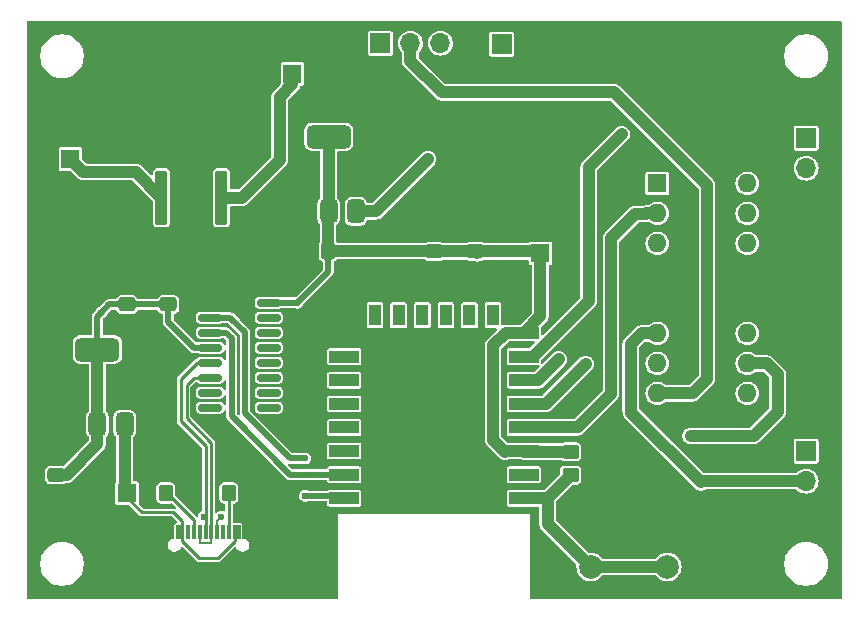
<source format=gbr>
%TF.GenerationSoftware,KiCad,Pcbnew,8.0.0*%
%TF.CreationDate,2024-04-09T18:41:08+07:00*%
%TF.ProjectId,robotika,726f626f-7469-46b6-912e-6b696361645f,rev?*%
%TF.SameCoordinates,Original*%
%TF.FileFunction,Copper,L1,Top*%
%TF.FilePolarity,Positive*%
%FSLAX46Y46*%
G04 Gerber Fmt 4.6, Leading zero omitted, Abs format (unit mm)*
G04 Created by KiCad (PCBNEW 8.0.0) date 2024-04-09 18:41:08*
%MOMM*%
%LPD*%
G01*
G04 APERTURE LIST*
G04 Aperture macros list*
%AMRoundRect*
0 Rectangle with rounded corners*
0 $1 Rounding radius*
0 $2 $3 $4 $5 $6 $7 $8 $9 X,Y pos of 4 corners*
0 Add a 4 corners polygon primitive as box body*
4,1,4,$2,$3,$4,$5,$6,$7,$8,$9,$2,$3,0*
0 Add four circle primitives for the rounded corners*
1,1,$1+$1,$2,$3*
1,1,$1+$1,$4,$5*
1,1,$1+$1,$6,$7*
1,1,$1+$1,$8,$9*
0 Add four rect primitives between the rounded corners*
20,1,$1+$1,$2,$3,$4,$5,0*
20,1,$1+$1,$4,$5,$6,$7,0*
20,1,$1+$1,$6,$7,$8,$9,0*
20,1,$1+$1,$8,$9,$2,$3,0*%
G04 Aperture macros list end*
%TA.AperFunction,SMDPad,CuDef*%
%ADD10RoundRect,0.250000X0.475000X-0.337500X0.475000X0.337500X-0.475000X0.337500X-0.475000X-0.337500X0*%
%TD*%
%TA.AperFunction,ComponentPad*%
%ADD11R,1.600000X1.600000*%
%TD*%
%TA.AperFunction,ComponentPad*%
%ADD12O,1.600000X1.600000*%
%TD*%
%TA.AperFunction,SMDPad,CuDef*%
%ADD13RoundRect,0.250000X0.300000X-2.050000X0.300000X2.050000X-0.300000X2.050000X-0.300000X-2.050000X0*%
%TD*%
%TA.AperFunction,SMDPad,CuDef*%
%ADD14RoundRect,0.250000X2.375000X-2.025000X2.375000X2.025000X-2.375000X2.025000X-2.375000X-2.025000X0*%
%TD*%
%TA.AperFunction,SMDPad,CuDef*%
%ADD15RoundRect,0.250002X5.149998X-4.449998X5.149998X4.449998X-5.149998X4.449998X-5.149998X-4.449998X0*%
%TD*%
%TA.AperFunction,ComponentPad*%
%ADD16R,1.700000X1.700000*%
%TD*%
%TA.AperFunction,ComponentPad*%
%ADD17O,1.700000X1.700000*%
%TD*%
%TA.AperFunction,SMDPad,CuDef*%
%ADD18RoundRect,0.375000X0.375000X-0.625000X0.375000X0.625000X-0.375000X0.625000X-0.375000X-0.625000X0*%
%TD*%
%TA.AperFunction,SMDPad,CuDef*%
%ADD19RoundRect,0.500000X1.400000X-0.500000X1.400000X0.500000X-1.400000X0.500000X-1.400000X-0.500000X0*%
%TD*%
%TA.AperFunction,SMDPad,CuDef*%
%ADD20R,2.500000X1.000000*%
%TD*%
%TA.AperFunction,SMDPad,CuDef*%
%ADD21R,1.000000X1.800000*%
%TD*%
%TA.AperFunction,SMDPad,CuDef*%
%ADD22RoundRect,0.150000X-0.825000X-0.150000X0.825000X-0.150000X0.825000X0.150000X-0.825000X0.150000X0*%
%TD*%
%TA.AperFunction,ComponentPad*%
%ADD23C,2.000000*%
%TD*%
%TA.AperFunction,SMDPad,CuDef*%
%ADD24RoundRect,0.250000X-0.450000X0.350000X-0.450000X-0.350000X0.450000X-0.350000X0.450000X0.350000X0*%
%TD*%
%TA.AperFunction,SMDPad,CuDef*%
%ADD25RoundRect,0.250000X-0.350000X-0.450000X0.350000X-0.450000X0.350000X0.450000X-0.350000X0.450000X0*%
%TD*%
%TA.AperFunction,SMDPad,CuDef*%
%ADD26R,0.300000X1.150000*%
%TD*%
%TA.AperFunction,ComponentPad*%
%ADD27O,1.000000X2.100000*%
%TD*%
%TA.AperFunction,ComponentPad*%
%ADD28O,1.000000X1.600000*%
%TD*%
%TA.AperFunction,ComponentPad*%
%ADD29C,1.600000*%
%TD*%
%TA.AperFunction,SMDPad,CuDef*%
%ADD30RoundRect,0.250000X0.337500X0.475000X-0.337500X0.475000X-0.337500X-0.475000X0.337500X-0.475000X0*%
%TD*%
%TA.AperFunction,SMDPad,CuDef*%
%ADD31RoundRect,0.250000X-0.475000X0.337500X-0.475000X-0.337500X0.475000X-0.337500X0.475000X0.337500X0*%
%TD*%
%TA.AperFunction,ViaPad*%
%ADD32C,0.600000*%
%TD*%
%TA.AperFunction,Conductor*%
%ADD33C,0.200000*%
%TD*%
%TA.AperFunction,Conductor*%
%ADD34C,0.250000*%
%TD*%
%TA.AperFunction,Conductor*%
%ADD35C,1.000000*%
%TD*%
%TA.AperFunction,Conductor*%
%ADD36C,0.500000*%
%TD*%
G04 APERTURE END LIST*
D10*
%TO.P,C6,1*%
%TO.N,+3.3V*%
X135000000Y-90037500D03*
%TO.P,C6,2*%
%TO.N,GND*%
X135000000Y-87962500D03*
%TD*%
%TO.P,C3,1*%
%TO.N,+3.3V*%
X109000000Y-94537500D03*
%TO.P,C3,2*%
%TO.N,GND*%
X109000000Y-92462500D03*
%TD*%
D11*
%TO.P,U6,1,EN1\u002C2*%
%TO.N,+5V*%
X153900000Y-84290000D03*
D12*
%TO.P,U6,2,1A*%
%TO.N,1A*%
X153900000Y-86830000D03*
%TO.P,U6,3,1Y*%
%TO.N,Net-(J3-Pin_1)*%
X153900000Y-89370000D03*
%TO.P,U6,4,GND*%
%TO.N,GND*%
X153900000Y-91910000D03*
%TO.P,U6,5,GND*%
X153900000Y-94450000D03*
%TO.P,U6,6,2Y*%
%TO.N,Net-(J3-Pin_2)*%
X153900000Y-96990000D03*
%TO.P,U6,7,2A*%
%TO.N,2A*%
X153900000Y-99530000D03*
%TO.P,U6,8,VCC2*%
%TO.N,+9V*%
X153900000Y-102070000D03*
%TO.P,U6,9,EN3\u002C4*%
%TO.N,+5V*%
X161520000Y-102070000D03*
%TO.P,U6,10,3A*%
%TO.N,3A*%
X161520000Y-99530000D03*
%TO.P,U6,11,3Y*%
%TO.N,Net-(J4-Pin_1)*%
X161520000Y-96990000D03*
%TO.P,U6,12,GND*%
%TO.N,GND*%
X161520000Y-94450000D03*
%TO.P,U6,13,GND*%
X161520000Y-91910000D03*
%TO.P,U6,14,4Y*%
%TO.N,Net-(J4-Pin_2)*%
X161520000Y-89370000D03*
%TO.P,U6,15,4A*%
%TO.N,4A*%
X161520000Y-86830000D03*
%TO.P,U6,16,VCC1*%
%TO.N,+5V*%
X161520000Y-84290000D03*
%TD*%
D13*
%TO.P,U5,1,IN*%
%TO.N,+5V*%
X111920000Y-85500000D03*
D14*
%TO.P,U5,2,GND*%
%TO.N,GND*%
X111685000Y-78775000D03*
X117235000Y-78775000D03*
D15*
X114460000Y-76350000D03*
D14*
X111685000Y-73925000D03*
X117235000Y-73925000D03*
D13*
%TO.P,U5,3,OUT*%
%TO.N,+9V*%
X117000000Y-85500000D03*
%TD*%
D16*
%TO.P,SW2,1,A*%
%TO.N,unconnected-(SW2-A-Pad1)*%
X130450000Y-72420000D03*
D17*
%TO.P,SW2,2,B*%
%TO.N,+9V*%
X132990000Y-72420000D03*
%TO.P,SW2,3,C*%
%TO.N,Net-(J2-Pin_1)*%
X135530000Y-72420000D03*
%TD*%
D16*
%TO.P,J4,1,Pin_1*%
%TO.N,Net-(J4-Pin_1)*%
X166500000Y-80460000D03*
D17*
%TO.P,J4,2,Pin_2*%
%TO.N,Net-(J4-Pin_2)*%
X166500000Y-83000000D03*
%TD*%
D16*
%TO.P,J3,1,Pin_1*%
%TO.N,Net-(J3-Pin_1)*%
X166500000Y-106960000D03*
D17*
%TO.P,J3,2,Pin_2*%
%TO.N,Net-(J3-Pin_2)*%
X166500000Y-109500000D03*
%TD*%
D16*
%TO.P,J2,1,Pin_1*%
%TO.N,Net-(J2-Pin_1)*%
X140725000Y-72500000D03*
D17*
%TO.P,J2,2,Pin_2*%
%TO.N,GND*%
X143265000Y-72500000D03*
%TD*%
D18*
%TO.P,U4,1,GND*%
%TO.N,GND*%
X123775000Y-86650000D03*
%TO.P,U4,2,VO*%
%TO.N,+3.3V*%
X126075000Y-86650000D03*
D19*
X126075000Y-80350000D03*
D18*
%TO.P,U4,3,VI*%
%TO.N,+5V*%
X128375000Y-86650000D03*
%TD*%
D20*
%TO.P,U3,1,~{RST}*%
%TO.N,Net-(U3-~{RST})*%
X142600000Y-110950000D03*
%TO.P,U3,2,ADC*%
%TO.N,unconnected-(U3-ADC-Pad2)*%
X142600000Y-108950000D03*
%TO.P,U3,3,EN*%
%TO.N,+3.3V*%
X142600000Y-106950000D03*
%TO.P,U3,4,GPIO16*%
%TO.N,1A*%
X142600000Y-104950000D03*
%TO.P,U3,5,GPIO14*%
%TO.N,2A*%
X142600000Y-102950000D03*
%TO.P,U3,6,GPIO12*%
%TO.N,3A*%
X142600000Y-100950000D03*
%TO.P,U3,7,GPIO13*%
%TO.N,4A*%
X142600000Y-98950000D03*
%TO.P,U3,8,VCC*%
%TO.N,+3.3V*%
X142600000Y-96950000D03*
D21*
%TO.P,U3,9,CS0*%
%TO.N,unconnected-(U3-CS0-Pad9)*%
X140000000Y-95450000D03*
%TO.P,U3,10,MISO*%
%TO.N,unconnected-(U3-MISO-Pad10)*%
X138000000Y-95450000D03*
%TO.P,U3,11,GPIO9*%
%TO.N,unconnected-(U3-GPIO9-Pad11)*%
X136000000Y-95450000D03*
%TO.P,U3,12,GPIO10*%
%TO.N,unconnected-(U3-GPIO10-Pad12)*%
X134000000Y-95450000D03*
%TO.P,U3,13,MOSI*%
%TO.N,unconnected-(U3-MOSI-Pad13)*%
X132000000Y-95450000D03*
%TO.P,U3,14,SCLK*%
%TO.N,unconnected-(U3-SCLK-Pad14)*%
X130000000Y-95450000D03*
D20*
%TO.P,U3,15,GND*%
%TO.N,GND*%
X127400000Y-96950000D03*
%TO.P,U3,16,GPIO15*%
%TO.N,unconnected-(U3-GPIO15-Pad16)*%
X127400000Y-98950000D03*
%TO.P,U3,17,GPIO2*%
%TO.N,unconnected-(U3-GPIO2-Pad17)*%
X127400000Y-100950000D03*
%TO.P,U3,18,GPIO0*%
%TO.N,unconnected-(U3-GPIO0-Pad18)*%
X127400000Y-102950000D03*
%TO.P,U3,19,GPIO4*%
%TO.N,unconnected-(U3-GPIO4-Pad19)*%
X127400000Y-104950000D03*
%TO.P,U3,20,GPIO5*%
%TO.N,unconnected-(U3-GPIO5-Pad20)*%
X127400000Y-106950000D03*
%TO.P,U3,21,GPIO3/RXD*%
%TO.N,TX*%
X127400000Y-108950000D03*
%TO.P,U3,22,GPIO1/TXD*%
%TO.N,RX*%
X127400000Y-110950000D03*
%TD*%
D22*
%TO.P,U2,1,GND*%
%TO.N,GND*%
X116050000Y-94380000D03*
%TO.P,U2,2,TXD*%
%TO.N,RX*%
X116050000Y-95650000D03*
%TO.P,U2,3,RXD*%
%TO.N,TX*%
X116050000Y-96920000D03*
%TO.P,U2,4,V3*%
%TO.N,+3.3V*%
X116050000Y-98190000D03*
%TO.P,U2,5,UD+*%
%TO.N,D+*%
X116050000Y-99460000D03*
%TO.P,U2,6,UD-*%
%TO.N,D-*%
X116050000Y-100730000D03*
%TO.P,U2,7,NC*%
%TO.N,unconnected-(U2-NC-Pad7)*%
X116050000Y-102000000D03*
%TO.P,U2,8,~{OUT}/~{DTR}*%
%TO.N,unconnected-(U2-~{OUT}{slash}~{DTR}-Pad8)*%
X116050000Y-103270000D03*
%TO.P,U2,9,~{CTS}*%
%TO.N,unconnected-(U2-~{CTS}-Pad9)*%
X121000000Y-103270000D03*
%TO.P,U2,10,~{DSR}*%
%TO.N,unconnected-(U2-~{DSR}-Pad10)*%
X121000000Y-102000000D03*
%TO.P,U2,11,~{RI}*%
%TO.N,unconnected-(U2-~{RI}-Pad11)*%
X121000000Y-100730000D03*
%TO.P,U2,12,~{DCD}*%
%TO.N,unconnected-(U2-~{DCD}-Pad12)*%
X121000000Y-99460000D03*
%TO.P,U2,13,~{DTR}*%
%TO.N,unconnected-(U2-~{DTR}-Pad13)*%
X121000000Y-98190000D03*
%TO.P,U2,14,~{RTS}*%
%TO.N,unconnected-(U2-~{RTS}-Pad14)*%
X121000000Y-96920000D03*
%TO.P,U2,15,R232*%
%TO.N,unconnected-(U2-R232-Pad15)*%
X121000000Y-95650000D03*
%TO.P,U2,16,VCC*%
%TO.N,+3.3V*%
X121000000Y-94380000D03*
%TD*%
D18*
%TO.P,U1,1,GND*%
%TO.N,GND*%
X104200000Y-104650000D03*
%TO.P,U1,2,VO*%
%TO.N,+3.3V*%
X106500000Y-104650000D03*
D19*
X106500000Y-98350000D03*
D18*
%TO.P,U1,3,VI*%
%TO.N,VBUS*%
X108800000Y-104650000D03*
%TD*%
D23*
%TO.P,SW1,1,1*%
%TO.N,GND*%
X148250000Y-112250000D03*
X154750000Y-112250000D03*
%TO.P,SW1,2,2*%
%TO.N,Net-(U3-~{RST})*%
X148250000Y-116750000D03*
X154750000Y-116750000D03*
%TD*%
D24*
%TO.P,R3,1*%
%TO.N,+3.3V*%
X146558000Y-107000000D03*
%TO.P,R3,2*%
%TO.N,Net-(U3-~{RST})*%
X146558000Y-109000000D03*
%TD*%
D25*
%TO.P,R2,1*%
%TO.N,Net-(J1-CC1)*%
X112284000Y-110490000D03*
%TO.P,R2,2*%
%TO.N,GND*%
X114284000Y-110490000D03*
%TD*%
%TO.P,R1,1*%
%TO.N,Net-(J1-CC2)*%
X117618000Y-110490000D03*
%TO.P,R1,2*%
%TO.N,GND*%
X119618000Y-110490000D03*
%TD*%
D26*
%TO.P,J1,A1,GND*%
%TO.N,GND*%
X112550000Y-113830000D03*
%TO.P,J1,A4,VBUS*%
%TO.N,VBUS*%
X113350000Y-113830000D03*
%TO.P,J1,A5,CC1*%
%TO.N,Net-(J1-CC1)*%
X114650000Y-113830000D03*
%TO.P,J1,A6,D+*%
%TO.N,D+*%
X115650000Y-113830000D03*
%TO.P,J1,A7,D-*%
%TO.N,D-*%
X116150000Y-113830000D03*
%TO.P,J1,A8,SBU1*%
%TO.N,unconnected-(J1-SBU1-PadA8)*%
X117150000Y-113830000D03*
%TO.P,J1,A9,VBUS*%
%TO.N,VBUS*%
X118450000Y-113830000D03*
%TO.P,J1,A12,GND*%
%TO.N,GND*%
X119250000Y-113830000D03*
%TO.P,J1,B1,GND*%
X118950000Y-113830000D03*
%TO.P,J1,B4,VBUS*%
%TO.N,VBUS*%
X118150000Y-113830000D03*
%TO.P,J1,B5,CC2*%
%TO.N,Net-(J1-CC2)*%
X117650000Y-113830000D03*
%TO.P,J1,B6,D+*%
%TO.N,D+*%
X116650000Y-113830000D03*
%TO.P,J1,B7,D-*%
%TO.N,D-*%
X115150000Y-113830000D03*
%TO.P,J1,B8,SBU2*%
%TO.N,unconnected-(J1-SBU2-PadB8)*%
X114150000Y-113830000D03*
%TO.P,J1,B9,VBUS*%
%TO.N,VBUS*%
X113650000Y-113830000D03*
%TO.P,J1,B12,GND*%
%TO.N,GND*%
X112850000Y-113830000D03*
D27*
%TO.P,J1,S1,SHIELD*%
X111580000Y-114395000D03*
D28*
X111580000Y-118575000D03*
D27*
X120220000Y-114395000D03*
D28*
X120220000Y-118575000D03*
%TD*%
D11*
%TO.P,C10,1*%
%TO.N,+9V*%
X123000000Y-75000000D03*
D29*
%TO.P,C10,2*%
%TO.N,GND*%
X125500000Y-75000000D03*
%TD*%
D11*
%TO.P,C9,1*%
%TO.N,+5V*%
X104205112Y-82205112D03*
D29*
%TO.P,C9,2*%
%TO.N,GND*%
X104205112Y-79705112D03*
%TD*%
D30*
%TO.P,C8,1*%
%TO.N,+3.3V*%
X126037500Y-90000000D03*
%TO.P,C8,2*%
%TO.N,GND*%
X123962500Y-90000000D03*
%TD*%
D10*
%TO.P,C7,1*%
%TO.N,+3.3V*%
X138500000Y-90037500D03*
%TO.P,C7,2*%
%TO.N,GND*%
X138500000Y-87962500D03*
%TD*%
D11*
%TO.P,C5,1*%
%TO.N,+3.3V*%
X144000000Y-90205112D03*
D29*
%TO.P,C5,2*%
%TO.N,GND*%
X144000000Y-87705112D03*
%TD*%
D10*
%TO.P,C4,1*%
%TO.N,+3.3V*%
X112500000Y-94537500D03*
%TO.P,C4,2*%
%TO.N,GND*%
X112500000Y-92462500D03*
%TD*%
D31*
%TO.P,C2,1*%
%TO.N,+3.3V*%
X103000000Y-108962500D03*
%TO.P,C2,2*%
%TO.N,GND*%
X103000000Y-111037500D03*
%TD*%
D11*
%TO.P,C1,1*%
%TO.N,VBUS*%
X109000000Y-110500000D03*
D29*
%TO.P,C1,2*%
%TO.N,GND*%
X106500000Y-110500000D03*
%TD*%
D32*
%TO.N,D+*%
X117000000Y-112500000D03*
X115525000Y-112500000D03*
%TO.N,+9V*%
X121920000Y-78500000D03*
%TO.N,+5V*%
X134500000Y-82205112D03*
%TO.N,4A*%
X150876000Y-80137000D03*
%TO.N,3A*%
X156718000Y-105664000D03*
X145542000Y-99187000D03*
%TO.N,2A*%
X147828000Y-99568000D03*
%TO.N,+3.3V*%
X106807000Y-95250000D03*
X123425000Y-94380000D03*
%TO.N,RX*%
X124079000Y-110744000D03*
X124079000Y-107569000D03*
%TD*%
D33*
%TO.N,D+*%
X116650000Y-112850000D02*
X116650000Y-113830000D01*
X117000000Y-112500000D02*
X116650000Y-112850000D01*
D34*
X115650000Y-112500000D02*
X115525000Y-112500000D01*
X115650000Y-112500000D02*
X115650000Y-106506000D01*
X115650000Y-113830000D02*
X115650000Y-112500000D01*
D33*
%TO.N,D-*%
X116100000Y-114705000D02*
X116150000Y-114655000D01*
X116150000Y-114655000D02*
X116150000Y-113830000D01*
X115200000Y-114705000D02*
X116100000Y-114705000D01*
X115150000Y-114655000D02*
X115200000Y-114705000D01*
X115150000Y-113830000D02*
X115150000Y-114655000D01*
D34*
%TO.N,VBUS*%
X113650000Y-114545051D02*
X113650000Y-113830000D01*
X115104949Y-116000000D02*
X113650000Y-114545051D01*
X116695051Y-116000000D02*
X115104949Y-116000000D01*
X118150000Y-114545051D02*
X116695051Y-116000000D01*
X118150000Y-113830000D02*
X118150000Y-114545051D01*
D35*
%TO.N,+9V*%
X121920000Y-78500000D02*
X121920000Y-82296000D01*
X121920000Y-76962000D02*
X121920000Y-78500000D01*
%TO.N,+3.3V*%
X141000000Y-107000000D02*
X141050000Y-106950000D01*
X140000000Y-106000000D02*
X141000000Y-107000000D01*
X140000000Y-98000000D02*
X140000000Y-106000000D01*
X141050000Y-96950000D02*
X140000000Y-98000000D01*
X142600000Y-96950000D02*
X141050000Y-96950000D01*
X141050000Y-106950000D02*
X142600000Y-106950000D01*
X126075000Y-86650000D02*
X126075000Y-80350000D01*
%TO.N,+5V*%
X130055112Y-86650000D02*
X134500000Y-82205112D01*
X128375000Y-86650000D02*
X130055112Y-86650000D01*
%TO.N,+3.3V*%
X106500000Y-104650000D02*
X106500000Y-98350000D01*
%TO.N,4A*%
X148082000Y-82931000D02*
X150876000Y-80137000D01*
X148082000Y-94218000D02*
X148082000Y-82931000D01*
X143350000Y-98950000D02*
X148082000Y-94218000D01*
X142600000Y-98950000D02*
X143350000Y-98950000D01*
%TO.N,3A*%
X163157000Y-99530000D02*
X161520000Y-99530000D01*
X164084000Y-100457000D02*
X163157000Y-99530000D01*
X164084000Y-103632000D02*
X164084000Y-100457000D01*
X162052000Y-105664000D02*
X164084000Y-103632000D01*
X156718000Y-105664000D02*
X162052000Y-105664000D01*
X143779000Y-100950000D02*
X145542000Y-99187000D01*
X142600000Y-100950000D02*
X143779000Y-100950000D01*
%TO.N,Net-(J3-Pin_2)*%
X157708000Y-109500000D02*
X166500000Y-109500000D01*
X157607000Y-109601000D02*
X157708000Y-109500000D01*
X151703000Y-103697000D02*
X157607000Y-109601000D01*
X151703000Y-103570000D02*
X151703000Y-103697000D01*
X151638000Y-103505000D02*
X151703000Y-103570000D01*
X152565000Y-96990000D02*
X151638000Y-97917000D01*
X151638000Y-97917000D02*
X151638000Y-103505000D01*
X153900000Y-96990000D02*
X152565000Y-96990000D01*
%TO.N,2A*%
X144446000Y-102950000D02*
X147828000Y-99568000D01*
X142600000Y-102950000D02*
X144446000Y-102950000D01*
%TO.N,1A*%
X152019000Y-86868000D02*
X152908000Y-86868000D01*
X149987000Y-88900000D02*
X152019000Y-86868000D01*
X149987000Y-102108000D02*
X149987000Y-88900000D01*
X147145000Y-104950000D02*
X149987000Y-102108000D01*
X142600000Y-104950000D02*
X147145000Y-104950000D01*
X152908000Y-86868000D02*
X152946000Y-86830000D01*
X152946000Y-86830000D02*
X153900000Y-86830000D01*
%TO.N,+9V*%
X135636000Y-76581000D02*
X132990000Y-73935000D01*
X158115000Y-84455000D02*
X150241000Y-76581000D01*
X158115000Y-100838000D02*
X158115000Y-84455000D01*
X156883000Y-102070000D02*
X158115000Y-100838000D01*
X132990000Y-73935000D02*
X132990000Y-72420000D01*
X153900000Y-102070000D02*
X156883000Y-102070000D01*
X150241000Y-76581000D02*
X135636000Y-76581000D01*
D36*
%TO.N,+3.3V*%
X107519500Y-94537500D02*
X106807000Y-95250000D01*
X106807000Y-95250000D02*
X106500000Y-95557000D01*
%TO.N,RX*%
X127194000Y-110744000D02*
X127400000Y-110950000D01*
X124079000Y-110744000D02*
X127194000Y-110744000D01*
X117748000Y-95650000D02*
X118999000Y-96901000D01*
X116050000Y-95650000D02*
X117748000Y-95650000D01*
X118999000Y-96901000D02*
X118999000Y-103759000D01*
X118999000Y-103759000D02*
X122809000Y-107569000D01*
X122809000Y-107569000D02*
X124079000Y-107569000D01*
%TO.N,TX*%
X117856000Y-104013000D02*
X122793000Y-108950000D01*
X117856000Y-97409000D02*
X117856000Y-104013000D01*
X122793000Y-108950000D02*
X127400000Y-108950000D01*
X116050000Y-96920000D02*
X117367000Y-96920000D01*
X117367000Y-96920000D02*
X117856000Y-97409000D01*
%TO.N,+3.3V*%
X106500000Y-95557000D02*
X106500000Y-98350000D01*
X109000000Y-94537500D02*
X107519500Y-94537500D01*
X109000000Y-94537500D02*
X112500000Y-94537500D01*
X114700000Y-98190000D02*
X116050000Y-98190000D01*
X112500000Y-95990000D02*
X114700000Y-98190000D01*
X112500000Y-94537500D02*
X112500000Y-95990000D01*
X126037500Y-91767500D02*
X126037500Y-90000000D01*
X121000000Y-94380000D02*
X123425000Y-94380000D01*
X123425000Y-94380000D02*
X126037500Y-91767500D01*
D34*
%TO.N,Net-(J1-CC2)*%
X117650000Y-110522000D02*
X117618000Y-110490000D01*
X117650000Y-113830000D02*
X117650000Y-110522000D01*
%TO.N,Net-(J1-CC1)*%
X114650000Y-112745000D02*
X112395000Y-110490000D01*
X114650000Y-113830000D02*
X114650000Y-112745000D01*
X112395000Y-110490000D02*
X112284000Y-110490000D01*
%TO.N,VBUS*%
X109000000Y-110905000D02*
X109000000Y-110500000D01*
X110236000Y-112141000D02*
X109000000Y-110905000D01*
X112903000Y-112141000D02*
X110236000Y-112141000D01*
X113650000Y-113830000D02*
X113650000Y-112888000D01*
X113650000Y-112888000D02*
X112903000Y-112141000D01*
%TO.N,D+*%
X114916000Y-99460000D02*
X116050000Y-99460000D01*
X113538000Y-100838000D02*
X114916000Y-99460000D01*
X113538000Y-104394000D02*
X113538000Y-100838000D01*
X115650000Y-106506000D02*
X113538000Y-104394000D01*
%TO.N,D-*%
X116150000Y-106244000D02*
X116150000Y-113830000D01*
X114046000Y-104140000D02*
X116150000Y-106244000D01*
X114046000Y-101384000D02*
X114046000Y-104140000D01*
X114700000Y-100730000D02*
X114046000Y-101384000D01*
X116050000Y-100730000D02*
X114700000Y-100730000D01*
D35*
%TO.N,VBUS*%
X108800000Y-110300000D02*
X109000000Y-110500000D01*
X108800000Y-104650000D02*
X108800000Y-110300000D01*
%TO.N,+3.3V*%
X106500000Y-106352000D02*
X106500000Y-104650000D01*
X103889500Y-108962500D02*
X106500000Y-106352000D01*
X103000000Y-108962500D02*
X103889500Y-108962500D01*
%TO.N,Net-(U3-~{RST})*%
X154750000Y-116750000D02*
X148250000Y-116750000D01*
X148250000Y-116750000D02*
X144608000Y-113108000D01*
X144608000Y-113108000D02*
X144608000Y-110950000D01*
%TO.N,+3.3V*%
X142650000Y-107000000D02*
X142600000Y-106950000D01*
X146558000Y-107000000D02*
X142650000Y-107000000D01*
%TO.N,Net-(U3-~{RST})*%
X144608000Y-110950000D02*
X146558000Y-109000000D01*
X142600000Y-110950000D02*
X144608000Y-110950000D01*
%TO.N,+3.3V*%
X144000000Y-90205112D02*
X144000000Y-95550000D01*
X144000000Y-95550000D02*
X142600000Y-96950000D01*
X143832388Y-90037500D02*
X144000000Y-90205112D01*
X138500000Y-90037500D02*
X143832388Y-90037500D01*
X138667612Y-90205112D02*
X138500000Y-90037500D01*
X138500000Y-90037500D02*
X135000000Y-90037500D01*
X126037500Y-90000000D02*
X134962500Y-90000000D01*
X134962500Y-90000000D02*
X135000000Y-90037500D01*
X126037500Y-86687500D02*
X126075000Y-86650000D01*
X126037500Y-90000000D02*
X126037500Y-86687500D01*
%TO.N,+9V*%
X121920000Y-82296000D02*
X118716000Y-85500000D01*
X123000000Y-75882000D02*
X121920000Y-76962000D01*
X118716000Y-85500000D02*
X117000000Y-85500000D01*
X123000000Y-75000000D02*
X123000000Y-75882000D01*
%TO.N,+5V*%
X105312000Y-83312000D02*
X104205112Y-82205112D01*
X109732000Y-83312000D02*
X105312000Y-83312000D01*
X111920000Y-85500000D02*
X109732000Y-83312000D01*
%TD*%
%TA.AperFunction,Conductor*%
%TO.N,GND*%
G36*
X169458691Y-70519407D02*
G01*
X169494655Y-70568907D01*
X169499500Y-70599500D01*
X169499500Y-119400500D01*
X169480593Y-119458691D01*
X169431093Y-119494655D01*
X169400500Y-119499500D01*
X143219000Y-119499500D01*
X143160809Y-119480593D01*
X143124845Y-119431093D01*
X143120000Y-119400500D01*
X143120000Y-112250001D01*
X143120000Y-112250000D01*
X126880000Y-112250000D01*
X126880000Y-112250001D01*
X126880000Y-119400500D01*
X126861093Y-119458691D01*
X126811593Y-119494655D01*
X126781000Y-119499500D01*
X100599500Y-119499500D01*
X100541309Y-119480593D01*
X100505345Y-119431093D01*
X100500500Y-119400500D01*
X100500500Y-116621289D01*
X101649500Y-116621289D01*
X101681161Y-116861781D01*
X101681161Y-116861786D01*
X101743944Y-117096092D01*
X101743948Y-117096105D01*
X101836772Y-117320204D01*
X101836774Y-117320208D01*
X101836776Y-117320212D01*
X101958064Y-117530289D01*
X101958066Y-117530292D01*
X102105729Y-117722731D01*
X102105731Y-117722733D01*
X102105735Y-117722738D01*
X102277262Y-117894265D01*
X102277266Y-117894268D01*
X102277268Y-117894270D01*
X102297270Y-117909618D01*
X102469711Y-118041936D01*
X102679788Y-118163224D01*
X102903900Y-118256054D01*
X103138211Y-118318838D01*
X103378712Y-118350500D01*
X103378713Y-118350500D01*
X103621287Y-118350500D01*
X103621288Y-118350500D01*
X103861789Y-118318838D01*
X104096100Y-118256054D01*
X104320212Y-118163224D01*
X104530289Y-118041936D01*
X104722738Y-117894265D01*
X104894265Y-117722738D01*
X105041936Y-117530289D01*
X105163224Y-117320212D01*
X105256054Y-117096100D01*
X105318838Y-116861789D01*
X105350500Y-116621288D01*
X105350500Y-116378712D01*
X105318838Y-116138211D01*
X105256054Y-115903900D01*
X105163224Y-115679788D01*
X105041936Y-115469711D01*
X104894265Y-115277262D01*
X104722738Y-115105735D01*
X104722733Y-115105731D01*
X104722731Y-115105729D01*
X104530292Y-114958066D01*
X104500520Y-114940877D01*
X104320212Y-114836776D01*
X104320208Y-114836774D01*
X104320204Y-114836772D01*
X104096105Y-114743948D01*
X104096104Y-114743947D01*
X104096100Y-114743946D01*
X103861789Y-114681162D01*
X103861786Y-114681161D01*
X103861784Y-114681161D01*
X103621289Y-114649500D01*
X103621288Y-114649500D01*
X103378712Y-114649500D01*
X103378710Y-114649500D01*
X103138218Y-114681161D01*
X103138213Y-114681161D01*
X102903907Y-114743944D01*
X102903894Y-114743948D01*
X102679795Y-114836772D01*
X102469707Y-114958066D01*
X102277268Y-115105729D01*
X102105729Y-115277268D01*
X101958066Y-115469707D01*
X101836772Y-115679795D01*
X101743948Y-115903894D01*
X101743944Y-115903907D01*
X101681161Y-116138213D01*
X101681161Y-116138218D01*
X101649500Y-116378710D01*
X101649500Y-116621289D01*
X100500500Y-116621289D01*
X100500500Y-109354274D01*
X102074500Y-109354274D01*
X102077353Y-109384694D01*
X102077355Y-109384703D01*
X102122207Y-109512883D01*
X102202845Y-109622144D01*
X102202847Y-109622146D01*
X102202850Y-109622150D01*
X102202853Y-109622152D01*
X102202855Y-109622154D01*
X102312116Y-109702792D01*
X102312117Y-109702792D01*
X102312118Y-109702793D01*
X102440301Y-109747646D01*
X102470725Y-109750499D01*
X102470727Y-109750500D01*
X102470734Y-109750500D01*
X103529273Y-109750500D01*
X103529273Y-109750499D01*
X103559699Y-109747646D01*
X103687882Y-109702793D01*
X103696877Y-109696154D01*
X103715589Y-109682345D01*
X103773637Y-109663003D01*
X103774377Y-109663000D01*
X103958493Y-109663000D01*
X103958494Y-109663000D01*
X104093828Y-109636080D01*
X104221311Y-109583275D01*
X104336043Y-109506614D01*
X107044114Y-106798543D01*
X107120775Y-106683811D01*
X107173580Y-106556328D01*
X107200500Y-106420993D01*
X107200500Y-106283006D01*
X107200500Y-105799457D01*
X107219407Y-105741266D01*
X107239233Y-105720915D01*
X107285451Y-105685451D01*
X107377698Y-105565233D01*
X107435687Y-105425236D01*
X107450500Y-105312720D01*
X107450500Y-103987280D01*
X107435687Y-103874764D01*
X107377698Y-103734767D01*
X107285451Y-103614549D01*
X107285450Y-103614548D01*
X107285447Y-103614544D01*
X107239232Y-103579082D01*
X107204577Y-103528658D01*
X107200500Y-103500541D01*
X107200500Y-99649500D01*
X107219407Y-99591309D01*
X107268907Y-99555345D01*
X107299500Y-99550500D01*
X107956611Y-99550500D01*
X107956616Y-99550500D01*
X108027196Y-99544086D01*
X108189606Y-99493478D01*
X108335185Y-99405472D01*
X108455472Y-99285185D01*
X108543478Y-99139606D01*
X108594086Y-98977196D01*
X108600500Y-98906616D01*
X108600500Y-97793384D01*
X108594086Y-97722804D01*
X108543478Y-97560394D01*
X108539287Y-97553462D01*
X108520864Y-97522986D01*
X108455472Y-97414815D01*
X108335185Y-97294528D01*
X108236898Y-97235111D01*
X108189607Y-97206522D01*
X108189605Y-97206521D01*
X108027194Y-97155913D01*
X107956620Y-97149500D01*
X107956616Y-97149500D01*
X107049500Y-97149500D01*
X106991309Y-97130593D01*
X106955345Y-97081093D01*
X106950500Y-97050500D01*
X106950500Y-95803605D01*
X106969407Y-95745414D01*
X107011496Y-95714834D01*
X107010611Y-95712895D01*
X107017050Y-95709953D01*
X107017053Y-95709953D01*
X107138128Y-95632143D01*
X107232377Y-95523373D01*
X107276777Y-95426149D01*
X107296823Y-95397278D01*
X107677107Y-95016996D01*
X107731623Y-94989219D01*
X107747110Y-94988000D01*
X108017013Y-94988000D01*
X108075204Y-95006907D01*
X108110456Y-95054301D01*
X108121453Y-95085729D01*
X108122208Y-95087885D01*
X108202845Y-95197144D01*
X108202847Y-95197146D01*
X108202850Y-95197150D01*
X108202853Y-95197152D01*
X108202855Y-95197154D01*
X108312116Y-95277792D01*
X108312117Y-95277792D01*
X108312118Y-95277793D01*
X108440301Y-95322646D01*
X108470725Y-95325499D01*
X108470727Y-95325500D01*
X108470734Y-95325500D01*
X109529273Y-95325500D01*
X109529273Y-95325499D01*
X109559699Y-95322646D01*
X109687882Y-95277793D01*
X109797150Y-95197150D01*
X109877793Y-95087882D01*
X109889543Y-95054301D01*
X109926608Y-95005622D01*
X109982987Y-94988000D01*
X111517013Y-94988000D01*
X111575204Y-95006907D01*
X111610456Y-95054301D01*
X111621453Y-95085729D01*
X111622208Y-95087885D01*
X111702845Y-95197144D01*
X111702847Y-95197146D01*
X111702850Y-95197150D01*
X111702853Y-95197152D01*
X111702855Y-95197154D01*
X111812116Y-95277792D01*
X111812117Y-95277792D01*
X111812118Y-95277793D01*
X111940301Y-95322646D01*
X111948221Y-95323388D01*
X111959745Y-95324470D01*
X112015915Y-95348728D01*
X112047100Y-95401370D01*
X112049500Y-95423037D01*
X112049500Y-96049309D01*
X112049499Y-96049309D01*
X112061505Y-96094110D01*
X112061505Y-96094113D01*
X112061506Y-96094113D01*
X112061506Y-96094114D01*
X112080201Y-96163887D01*
X112080202Y-96163889D01*
X112080203Y-96163892D01*
X112139507Y-96266609D01*
X112139508Y-96266610D01*
X112139509Y-96266611D01*
X112139511Y-96266614D01*
X114423386Y-98550490D01*
X114526113Y-98609799D01*
X114550320Y-98616284D01*
X114550325Y-98616287D01*
X114550326Y-98616286D01*
X114640688Y-98640499D01*
X114640690Y-98640500D01*
X114640691Y-98640500D01*
X115018732Y-98640500D01*
X115062212Y-98650559D01*
X115123607Y-98680573D01*
X115191740Y-98690500D01*
X115191743Y-98690500D01*
X116908257Y-98690500D01*
X116908260Y-98690500D01*
X116976393Y-98680573D01*
X117081483Y-98629198D01*
X117164198Y-98546483D01*
X117215573Y-98441393D01*
X117215572Y-98441393D01*
X117217559Y-98437331D01*
X117260103Y-98393357D01*
X117320368Y-98382787D01*
X117375337Y-98409659D01*
X117404012Y-98463709D01*
X117405500Y-98480811D01*
X117405500Y-99169188D01*
X117386593Y-99227379D01*
X117337093Y-99263343D01*
X117275907Y-99263343D01*
X117226407Y-99227379D01*
X117217559Y-99212669D01*
X117196302Y-99169188D01*
X117164198Y-99103517D01*
X117081483Y-99020802D01*
X117081481Y-99020801D01*
X116976395Y-98969427D01*
X116949139Y-98965456D01*
X116908260Y-98959500D01*
X115191740Y-98959500D01*
X115157673Y-98964463D01*
X115123604Y-98969427D01*
X115018518Y-99020801D01*
X115018515Y-99020803D01*
X114933383Y-99105935D01*
X114878866Y-99133712D01*
X114876309Y-99134083D01*
X114873154Y-99134498D01*
X114790360Y-99156682D01*
X114718477Y-99198183D01*
X114718478Y-99198184D01*
X114716139Y-99199534D01*
X113277531Y-100638142D01*
X113234682Y-100712360D01*
X113234681Y-100712360D01*
X113234682Y-100712361D01*
X113214371Y-100788165D01*
X113212500Y-100795147D01*
X113212500Y-104351147D01*
X113212500Y-104436853D01*
X113232062Y-104509863D01*
X113234683Y-104519643D01*
X113277531Y-104593857D01*
X113277533Y-104593859D01*
X113277535Y-104593862D01*
X115295505Y-106611832D01*
X115323281Y-106666347D01*
X115324500Y-106681834D01*
X115324500Y-111979849D01*
X115305593Y-112038040D01*
X115279024Y-112063133D01*
X115193872Y-112117857D01*
X115099622Y-112226628D01*
X115039834Y-112357543D01*
X115028137Y-112438900D01*
X115001141Y-112493808D01*
X114947027Y-112522361D01*
X114886464Y-112513653D01*
X114860144Y-112494817D01*
X114849862Y-112484535D01*
X114849859Y-112484533D01*
X113113496Y-110748169D01*
X113085719Y-110693652D01*
X113084500Y-110678165D01*
X113084500Y-109985727D01*
X113084499Y-109985725D01*
X113081646Y-109955305D01*
X113081646Y-109955301D01*
X113036793Y-109827118D01*
X113017148Y-109800500D01*
X112956154Y-109717855D01*
X112956152Y-109717853D01*
X112956150Y-109717850D01*
X112956146Y-109717847D01*
X112956144Y-109717845D01*
X112846883Y-109637207D01*
X112718703Y-109592355D01*
X112718694Y-109592353D01*
X112688274Y-109589500D01*
X112688266Y-109589500D01*
X111879734Y-109589500D01*
X111879725Y-109589500D01*
X111849305Y-109592353D01*
X111849296Y-109592355D01*
X111721116Y-109637207D01*
X111611855Y-109717845D01*
X111611845Y-109717855D01*
X111531207Y-109827116D01*
X111486355Y-109955296D01*
X111486353Y-109955305D01*
X111483500Y-109985725D01*
X111483500Y-110994274D01*
X111486353Y-111024694D01*
X111486355Y-111024703D01*
X111531207Y-111152883D01*
X111611845Y-111262144D01*
X111611847Y-111262146D01*
X111611850Y-111262150D01*
X111611853Y-111262152D01*
X111611855Y-111262154D01*
X111721116Y-111342792D01*
X111721117Y-111342792D01*
X111721118Y-111342793D01*
X111849301Y-111387646D01*
X111879725Y-111390499D01*
X111879727Y-111390500D01*
X111879734Y-111390500D01*
X112688273Y-111390500D01*
X112688273Y-111390499D01*
X112718699Y-111387646D01*
X112744150Y-111378739D01*
X112805320Y-111377366D01*
X112846853Y-111402180D01*
X113113964Y-111669291D01*
X113141741Y-111723808D01*
X113132170Y-111784240D01*
X113088905Y-111827505D01*
X113028473Y-111837076D01*
X113018338Y-111834922D01*
X112990657Y-111827505D01*
X112945853Y-111815500D01*
X112945852Y-111815500D01*
X110411835Y-111815500D01*
X110353644Y-111796593D01*
X110341831Y-111786504D01*
X110017107Y-111461780D01*
X109989330Y-111407263D01*
X109990013Y-111372465D01*
X110000500Y-111319748D01*
X110000500Y-109680252D01*
X109988867Y-109621769D01*
X109944552Y-109555448D01*
X109900499Y-109526012D01*
X109878233Y-109511134D01*
X109878231Y-109511133D01*
X109878228Y-109511132D01*
X109878227Y-109511132D01*
X109819758Y-109499501D01*
X109819748Y-109499500D01*
X109819747Y-109499500D01*
X109599500Y-109499500D01*
X109541309Y-109480593D01*
X109505345Y-109431093D01*
X109500500Y-109400500D01*
X109500500Y-105799457D01*
X109519407Y-105741266D01*
X109539233Y-105720915D01*
X109585451Y-105685451D01*
X109677698Y-105565233D01*
X109735687Y-105425236D01*
X109750500Y-105312720D01*
X109750500Y-103987280D01*
X109735687Y-103874764D01*
X109677698Y-103734767D01*
X109585451Y-103614549D01*
X109465233Y-103522302D01*
X109463043Y-103521395D01*
X109325238Y-103464314D01*
X109325240Y-103464314D01*
X109325236Y-103464313D01*
X109325234Y-103464312D01*
X109325232Y-103464312D01*
X109212720Y-103449500D01*
X108387280Y-103449500D01*
X108387279Y-103449500D01*
X108274767Y-103464312D01*
X108274761Y-103464314D01*
X108134768Y-103522301D01*
X108014551Y-103614547D01*
X108014547Y-103614551D01*
X107922301Y-103734768D01*
X107864314Y-103874761D01*
X107864312Y-103874767D01*
X107849500Y-103987279D01*
X107849500Y-105312720D01*
X107864312Y-105425232D01*
X107864314Y-105425238D01*
X107906973Y-105528227D01*
X107922302Y-105565233D01*
X108014549Y-105685451D01*
X108046337Y-105709843D01*
X108060767Y-105720915D01*
X108095423Y-105771339D01*
X108099500Y-105799457D01*
X108099500Y-109473097D01*
X108080593Y-109531288D01*
X108055505Y-109555409D01*
X108055473Y-109555431D01*
X108055449Y-109555447D01*
X108055445Y-109555451D01*
X108011134Y-109621766D01*
X108011132Y-109621772D01*
X107999501Y-109680241D01*
X107999500Y-109680253D01*
X107999500Y-111319746D01*
X107999501Y-111319758D01*
X108011132Y-111378227D01*
X108011134Y-111378233D01*
X108055445Y-111444548D01*
X108055448Y-111444552D01*
X108121769Y-111488867D01*
X108166231Y-111497711D01*
X108180241Y-111500498D01*
X108180246Y-111500498D01*
X108180252Y-111500500D01*
X109094165Y-111500500D01*
X109152356Y-111519407D01*
X109164169Y-111529496D01*
X110036138Y-112401465D01*
X110036140Y-112401466D01*
X110036141Y-112401467D01*
X110036142Y-112401468D01*
X110110357Y-112444316D01*
X110110355Y-112444316D01*
X110110359Y-112444317D01*
X110110361Y-112444318D01*
X110193147Y-112466500D01*
X112727165Y-112466500D01*
X112785356Y-112485407D01*
X112797169Y-112495496D01*
X113196018Y-112894345D01*
X113223795Y-112948862D01*
X113214224Y-113009294D01*
X113170959Y-113052559D01*
X113145330Y-113061446D01*
X113121772Y-113066132D01*
X113121766Y-113066134D01*
X113055451Y-113110445D01*
X113055445Y-113110451D01*
X113011134Y-113176766D01*
X113011132Y-113176772D01*
X112999501Y-113235241D01*
X112999500Y-113235253D01*
X112999500Y-114226046D01*
X112980593Y-114284237D01*
X112931093Y-114320201D01*
X112926123Y-114321673D01*
X112787860Y-114358720D01*
X112656639Y-114434481D01*
X112549481Y-114541639D01*
X112473720Y-114672860D01*
X112464662Y-114706666D01*
X112434500Y-114819234D01*
X112434500Y-114970766D01*
X112455794Y-115050237D01*
X112473720Y-115117139D01*
X112549481Y-115248360D01*
X112549483Y-115248362D01*
X112549485Y-115248365D01*
X112656635Y-115355515D01*
X112656637Y-115355516D01*
X112656639Y-115355518D01*
X112787861Y-115431279D01*
X112787859Y-115431279D01*
X112787863Y-115431280D01*
X112787865Y-115431281D01*
X112934234Y-115470500D01*
X112934236Y-115470500D01*
X113085764Y-115470500D01*
X113085766Y-115470500D01*
X113232135Y-115431281D01*
X113232137Y-115431279D01*
X113232139Y-115431279D01*
X113363360Y-115355518D01*
X113363360Y-115355517D01*
X113363365Y-115355515D01*
X113470515Y-115248365D01*
X113546281Y-115117135D01*
X113547435Y-115112826D01*
X113580755Y-115061513D01*
X113637875Y-115039583D01*
X113696977Y-115055416D01*
X113713066Y-115068443D01*
X114844482Y-116199859D01*
X114844484Y-116199862D01*
X114905087Y-116260465D01*
X114905089Y-116260466D01*
X114979307Y-116303316D01*
X114979311Y-116303318D01*
X115062093Y-116325500D01*
X115062095Y-116325501D01*
X115062096Y-116325501D01*
X115153865Y-116325501D01*
X115153881Y-116325500D01*
X116737902Y-116325500D01*
X116737904Y-116325500D01*
X116820690Y-116303318D01*
X116820692Y-116303316D01*
X116820694Y-116303316D01*
X116894908Y-116260468D01*
X116894908Y-116260467D01*
X116894913Y-116260465D01*
X118086935Y-115068441D01*
X118141450Y-115040666D01*
X118201882Y-115050237D01*
X118245147Y-115093502D01*
X118252563Y-115112821D01*
X118253719Y-115117137D01*
X118253720Y-115117138D01*
X118329481Y-115248360D01*
X118329483Y-115248362D01*
X118329485Y-115248365D01*
X118436635Y-115355515D01*
X118436637Y-115355516D01*
X118436639Y-115355518D01*
X118567861Y-115431279D01*
X118567859Y-115431279D01*
X118567863Y-115431280D01*
X118567865Y-115431281D01*
X118714234Y-115470500D01*
X118714236Y-115470500D01*
X118865764Y-115470500D01*
X118865766Y-115470500D01*
X119012135Y-115431281D01*
X119012137Y-115431279D01*
X119012139Y-115431279D01*
X119143360Y-115355518D01*
X119143360Y-115355517D01*
X119143365Y-115355515D01*
X119250515Y-115248365D01*
X119326281Y-115117135D01*
X119365500Y-114970766D01*
X119365500Y-114819234D01*
X119326281Y-114672865D01*
X119326279Y-114672862D01*
X119326279Y-114672860D01*
X119250518Y-114541639D01*
X119250516Y-114541637D01*
X119250515Y-114541635D01*
X119143365Y-114434485D01*
X119143362Y-114434483D01*
X119143360Y-114434481D01*
X119012138Y-114358720D01*
X119012139Y-114358720D01*
X118873877Y-114321673D01*
X118822562Y-114288349D01*
X118800636Y-114231227D01*
X118800500Y-114226046D01*
X118800500Y-113235253D01*
X118800498Y-113235241D01*
X118788912Y-113176996D01*
X118788867Y-113176769D01*
X118744552Y-113110448D01*
X118744548Y-113110445D01*
X118678233Y-113066134D01*
X118678231Y-113066133D01*
X118678228Y-113066132D01*
X118678227Y-113066132D01*
X118619758Y-113054501D01*
X118619748Y-113054500D01*
X118319748Y-113054500D01*
X118074500Y-113054500D01*
X118016309Y-113035593D01*
X117980345Y-112986093D01*
X117975500Y-112955500D01*
X117975500Y-111484218D01*
X117994407Y-111426027D01*
X118043907Y-111390063D01*
X118052249Y-111387803D01*
X118052697Y-111387646D01*
X118052699Y-111387646D01*
X118180882Y-111342793D01*
X118290150Y-111262150D01*
X118370793Y-111152882D01*
X118415646Y-111024699D01*
X118418499Y-110994273D01*
X118418500Y-110994273D01*
X118418500Y-110744002D01*
X123573353Y-110744002D01*
X123593834Y-110886456D01*
X123643070Y-110994266D01*
X123653623Y-111017373D01*
X123747872Y-111126143D01*
X123747873Y-111126144D01*
X123868942Y-111203950D01*
X123868947Y-111203953D01*
X123975403Y-111235211D01*
X124007035Y-111244499D01*
X124007036Y-111244499D01*
X124007039Y-111244500D01*
X124007041Y-111244500D01*
X124150959Y-111244500D01*
X124150961Y-111244500D01*
X124289053Y-111203953D01*
X124289056Y-111203950D01*
X124290162Y-111203447D01*
X124292531Y-111202931D01*
X124295847Y-111201958D01*
X124295916Y-111202195D01*
X124331288Y-111194500D01*
X125850500Y-111194500D01*
X125908691Y-111213407D01*
X125944655Y-111262907D01*
X125949500Y-111293500D01*
X125949500Y-111469746D01*
X125949501Y-111469758D01*
X125961132Y-111528227D01*
X125961133Y-111528231D01*
X126005448Y-111594552D01*
X126071769Y-111638867D01*
X126116231Y-111647711D01*
X126130241Y-111650498D01*
X126130246Y-111650498D01*
X126130252Y-111650500D01*
X126130253Y-111650500D01*
X128669747Y-111650500D01*
X128669748Y-111650500D01*
X128728231Y-111638867D01*
X128794552Y-111594552D01*
X128838867Y-111528231D01*
X128850500Y-111469748D01*
X128850500Y-111469746D01*
X141149500Y-111469746D01*
X141149501Y-111469758D01*
X141161132Y-111528227D01*
X141161133Y-111528231D01*
X141205448Y-111594552D01*
X141271769Y-111638867D01*
X141316231Y-111647711D01*
X141330241Y-111650498D01*
X141330246Y-111650498D01*
X141330252Y-111650500D01*
X142531007Y-111650500D01*
X143808500Y-111650500D01*
X143866691Y-111669407D01*
X143902655Y-111718907D01*
X143907500Y-111749500D01*
X143907500Y-113176996D01*
X143934420Y-113312327D01*
X143934420Y-113312329D01*
X143987223Y-113439808D01*
X143987224Y-113439810D01*
X143987225Y-113439811D01*
X144063886Y-113554543D01*
X145548926Y-115039583D01*
X147029726Y-116520383D01*
X147057503Y-116574900D01*
X147058300Y-116599521D01*
X147044357Y-116750000D01*
X147064885Y-116971536D01*
X147125771Y-117185528D01*
X147224942Y-117384689D01*
X147359019Y-117562236D01*
X147523438Y-117712124D01*
X147712599Y-117829247D01*
X147920060Y-117909618D01*
X148138757Y-117950500D01*
X148361243Y-117950500D01*
X148579940Y-117909618D01*
X148787401Y-117829247D01*
X148976562Y-117712124D01*
X149140981Y-117562236D01*
X149195653Y-117489839D01*
X149245809Y-117454796D01*
X149274656Y-117450500D01*
X153725344Y-117450500D01*
X153783535Y-117469407D01*
X153804347Y-117489839D01*
X153859019Y-117562236D01*
X154023438Y-117712124D01*
X154212599Y-117829247D01*
X154420060Y-117909618D01*
X154638757Y-117950500D01*
X154861243Y-117950500D01*
X155079940Y-117909618D01*
X155287401Y-117829247D01*
X155476562Y-117712124D01*
X155640981Y-117562236D01*
X155775058Y-117384689D01*
X155874229Y-117185528D01*
X155935115Y-116971536D01*
X155955643Y-116750000D01*
X155943716Y-116621289D01*
X164649500Y-116621289D01*
X164681161Y-116861781D01*
X164681161Y-116861786D01*
X164743944Y-117096092D01*
X164743948Y-117096105D01*
X164836772Y-117320204D01*
X164836774Y-117320208D01*
X164836776Y-117320212D01*
X164958064Y-117530289D01*
X164958066Y-117530292D01*
X165105729Y-117722731D01*
X165105731Y-117722733D01*
X165105735Y-117722738D01*
X165277262Y-117894265D01*
X165277266Y-117894268D01*
X165277268Y-117894270D01*
X165297270Y-117909618D01*
X165469711Y-118041936D01*
X165679788Y-118163224D01*
X165903900Y-118256054D01*
X166138211Y-118318838D01*
X166378712Y-118350500D01*
X166378713Y-118350500D01*
X166621287Y-118350500D01*
X166621288Y-118350500D01*
X166861789Y-118318838D01*
X167096100Y-118256054D01*
X167320212Y-118163224D01*
X167530289Y-118041936D01*
X167722738Y-117894265D01*
X167894265Y-117722738D01*
X168041936Y-117530289D01*
X168163224Y-117320212D01*
X168256054Y-117096100D01*
X168318838Y-116861789D01*
X168350500Y-116621288D01*
X168350500Y-116378712D01*
X168318838Y-116138211D01*
X168256054Y-115903900D01*
X168163224Y-115679788D01*
X168041936Y-115469711D01*
X167894265Y-115277262D01*
X167722738Y-115105735D01*
X167722733Y-115105731D01*
X167722731Y-115105729D01*
X167530292Y-114958066D01*
X167500520Y-114940877D01*
X167320212Y-114836776D01*
X167320208Y-114836774D01*
X167320204Y-114836772D01*
X167096105Y-114743948D01*
X167096104Y-114743947D01*
X167096100Y-114743946D01*
X166861789Y-114681162D01*
X166861786Y-114681161D01*
X166861784Y-114681161D01*
X166621289Y-114649500D01*
X166621288Y-114649500D01*
X166378712Y-114649500D01*
X166378710Y-114649500D01*
X166138218Y-114681161D01*
X166138213Y-114681161D01*
X165903907Y-114743944D01*
X165903894Y-114743948D01*
X165679795Y-114836772D01*
X165469707Y-114958066D01*
X165277268Y-115105729D01*
X165105729Y-115277268D01*
X164958066Y-115469707D01*
X164836772Y-115679795D01*
X164743948Y-115903894D01*
X164743944Y-115903907D01*
X164681161Y-116138213D01*
X164681161Y-116138218D01*
X164649500Y-116378710D01*
X164649500Y-116621289D01*
X155943716Y-116621289D01*
X155935115Y-116528464D01*
X155874229Y-116314472D01*
X155775058Y-116115311D01*
X155640981Y-115937764D01*
X155476562Y-115787876D01*
X155287401Y-115670753D01*
X155079940Y-115590382D01*
X155079939Y-115590381D01*
X155079937Y-115590381D01*
X154861243Y-115549500D01*
X154638757Y-115549500D01*
X154420062Y-115590381D01*
X154343797Y-115619926D01*
X154212599Y-115670753D01*
X154023438Y-115787876D01*
X153859017Y-115937766D01*
X153804347Y-116010161D01*
X153754191Y-116045204D01*
X153725344Y-116049500D01*
X149274656Y-116049500D01*
X149216465Y-116030593D01*
X149195653Y-116010161D01*
X149171801Y-115978577D01*
X149140981Y-115937764D01*
X148976562Y-115787876D01*
X148787401Y-115670753D01*
X148579940Y-115590382D01*
X148579939Y-115590381D01*
X148579937Y-115590381D01*
X148361243Y-115549500D01*
X148138757Y-115549500D01*
X148115339Y-115553877D01*
X148106978Y-115555440D01*
X148046304Y-115547545D01*
X148018786Y-115528129D01*
X145337496Y-112846839D01*
X145309719Y-112792322D01*
X145308500Y-112776835D01*
X145308500Y-111281164D01*
X145327407Y-111222973D01*
X145337496Y-111211160D01*
X146719160Y-109829496D01*
X146773677Y-109801719D01*
X146789164Y-109800500D01*
X147062273Y-109800500D01*
X147062273Y-109800499D01*
X147092699Y-109797646D01*
X147220882Y-109752793D01*
X147330150Y-109672150D01*
X147410793Y-109562882D01*
X147455646Y-109434699D01*
X147458499Y-109404273D01*
X147458500Y-109404273D01*
X147458500Y-108595727D01*
X147458499Y-108595725D01*
X147455646Y-108565301D01*
X147410793Y-108437118D01*
X147405726Y-108430253D01*
X147330154Y-108327855D01*
X147330152Y-108327853D01*
X147330150Y-108327850D01*
X147330146Y-108327847D01*
X147330144Y-108327845D01*
X147220883Y-108247207D01*
X147092703Y-108202355D01*
X147092694Y-108202353D01*
X147062274Y-108199500D01*
X147062266Y-108199500D01*
X146053734Y-108199500D01*
X146053725Y-108199500D01*
X146023305Y-108202353D01*
X146023296Y-108202355D01*
X145895116Y-108247207D01*
X145785855Y-108327845D01*
X145785845Y-108327855D01*
X145705207Y-108437116D01*
X145660355Y-108565296D01*
X145660353Y-108565305D01*
X145657500Y-108595725D01*
X145657500Y-108868835D01*
X145638593Y-108927026D01*
X145628504Y-108938839D01*
X144346839Y-110220504D01*
X144292322Y-110248281D01*
X144276835Y-110249500D01*
X143869748Y-110249500D01*
X141330252Y-110249500D01*
X141330251Y-110249500D01*
X141330241Y-110249501D01*
X141271772Y-110261132D01*
X141271766Y-110261134D01*
X141205451Y-110305445D01*
X141205445Y-110305451D01*
X141161134Y-110371766D01*
X141161132Y-110371772D01*
X141149501Y-110430241D01*
X141149500Y-110430253D01*
X141149500Y-111469746D01*
X128850500Y-111469746D01*
X128850500Y-110430252D01*
X128838867Y-110371769D01*
X128794552Y-110305448D01*
X128794548Y-110305445D01*
X128728233Y-110261134D01*
X128728231Y-110261133D01*
X128728228Y-110261132D01*
X128728227Y-110261132D01*
X128669758Y-110249501D01*
X128669748Y-110249500D01*
X126130252Y-110249500D01*
X126130251Y-110249500D01*
X126130241Y-110249501D01*
X126071772Y-110261132D01*
X126071769Y-110261133D01*
X126048297Y-110276816D01*
X125993298Y-110293500D01*
X124331288Y-110293500D01*
X124295916Y-110285804D01*
X124295847Y-110286042D01*
X124292531Y-110285068D01*
X124290162Y-110284553D01*
X124289056Y-110284048D01*
X124289049Y-110284046D01*
X124256808Y-110274579D01*
X124150964Y-110243500D01*
X124150961Y-110243500D01*
X124007039Y-110243500D01*
X124007035Y-110243500D01*
X123868949Y-110284046D01*
X123868942Y-110284049D01*
X123747873Y-110361855D01*
X123653622Y-110470628D01*
X123593834Y-110601543D01*
X123573353Y-110743997D01*
X123573353Y-110744002D01*
X118418500Y-110744002D01*
X118418500Y-109985727D01*
X118418499Y-109985725D01*
X118415646Y-109955305D01*
X118415646Y-109955301D01*
X118370793Y-109827118D01*
X118351148Y-109800500D01*
X118290154Y-109717855D01*
X118290152Y-109717853D01*
X118290150Y-109717850D01*
X118290146Y-109717847D01*
X118290144Y-109717845D01*
X118180883Y-109637207D01*
X118052703Y-109592355D01*
X118052694Y-109592353D01*
X118022274Y-109589500D01*
X118022266Y-109589500D01*
X117213734Y-109589500D01*
X117213725Y-109589500D01*
X117183305Y-109592353D01*
X117183296Y-109592355D01*
X117055116Y-109637207D01*
X116945855Y-109717845D01*
X116945845Y-109717855D01*
X116865207Y-109827116D01*
X116820355Y-109955296D01*
X116820353Y-109955305D01*
X116817500Y-109985725D01*
X116817500Y-110994274D01*
X116820353Y-111024694D01*
X116820355Y-111024703D01*
X116865207Y-111152883D01*
X116945845Y-111262144D01*
X116945847Y-111262146D01*
X116945850Y-111262150D01*
X116945853Y-111262152D01*
X116945855Y-111262154D01*
X117055116Y-111342792D01*
X117055117Y-111342792D01*
X117055118Y-111342793D01*
X117183301Y-111387646D01*
X117213725Y-111390499D01*
X117213727Y-111390500D01*
X117213734Y-111390500D01*
X117225500Y-111390500D01*
X117283691Y-111409407D01*
X117319655Y-111458907D01*
X117324500Y-111489500D01*
X117324500Y-111941403D01*
X117305593Y-111999594D01*
X117256093Y-112035558D01*
X117197609Y-112036393D01*
X117071964Y-111999500D01*
X117071961Y-111999500D01*
X116928039Y-111999500D01*
X116928035Y-111999500D01*
X116789949Y-112040046D01*
X116789942Y-112040049D01*
X116668872Y-112117856D01*
X116649319Y-112140422D01*
X116596922Y-112172017D01*
X116535961Y-112166781D01*
X116489721Y-112126712D01*
X116475500Y-112075590D01*
X116475500Y-106201148D01*
X116475500Y-106201147D01*
X116453318Y-106118362D01*
X116410465Y-106044138D01*
X116387161Y-106020834D01*
X116349862Y-105983534D01*
X116349862Y-105983535D01*
X114400496Y-104034169D01*
X114372719Y-103979652D01*
X114371500Y-103964165D01*
X114371500Y-101559834D01*
X114390407Y-101501643D01*
X114400496Y-101489830D01*
X114799819Y-101090507D01*
X114854336Y-101062730D01*
X114914768Y-101072301D01*
X114939823Y-101090504D01*
X115018517Y-101169198D01*
X115072285Y-101195483D01*
X115123604Y-101220572D01*
X115123605Y-101220572D01*
X115123607Y-101220573D01*
X115191740Y-101230500D01*
X115191743Y-101230500D01*
X116908257Y-101230500D01*
X116908260Y-101230500D01*
X116976393Y-101220573D01*
X117081483Y-101169198D01*
X117164198Y-101086483D01*
X117211138Y-100990465D01*
X117217559Y-100977331D01*
X117260103Y-100933357D01*
X117320368Y-100922787D01*
X117375337Y-100949659D01*
X117404012Y-101003709D01*
X117405500Y-101020811D01*
X117405500Y-101709188D01*
X117386593Y-101767379D01*
X117337093Y-101803343D01*
X117275907Y-101803343D01*
X117226407Y-101767379D01*
X117217559Y-101752669D01*
X117184608Y-101685267D01*
X117164198Y-101643517D01*
X117081483Y-101560802D01*
X117079503Y-101559834D01*
X116976395Y-101509427D01*
X116949139Y-101505456D01*
X116908260Y-101499500D01*
X115191740Y-101499500D01*
X115157673Y-101504463D01*
X115123604Y-101509427D01*
X115018518Y-101560801D01*
X114935801Y-101643518D01*
X114884427Y-101748604D01*
X114884427Y-101748607D01*
X114874500Y-101816740D01*
X114874500Y-102183260D01*
X114881118Y-102228682D01*
X114884427Y-102251395D01*
X114935801Y-102356481D01*
X114935802Y-102356483D01*
X115018517Y-102439198D01*
X115050293Y-102454732D01*
X115123604Y-102490572D01*
X115123605Y-102490572D01*
X115123607Y-102490573D01*
X115191740Y-102500500D01*
X115191743Y-102500500D01*
X116908257Y-102500500D01*
X116908260Y-102500500D01*
X116976393Y-102490573D01*
X117081483Y-102439198D01*
X117164198Y-102356483D01*
X117210811Y-102261134D01*
X117217559Y-102247331D01*
X117260103Y-102203357D01*
X117320368Y-102192787D01*
X117375337Y-102219659D01*
X117404012Y-102273709D01*
X117405500Y-102290811D01*
X117405500Y-102979188D01*
X117386593Y-103037379D01*
X117337093Y-103073343D01*
X117275907Y-103073343D01*
X117226407Y-103037379D01*
X117217559Y-103022669D01*
X117196302Y-102979188D01*
X117164198Y-102913517D01*
X117081483Y-102830802D01*
X117081481Y-102830801D01*
X116976395Y-102779427D01*
X116949139Y-102775456D01*
X116908260Y-102769500D01*
X115191740Y-102769500D01*
X115157673Y-102774463D01*
X115123604Y-102779427D01*
X115018518Y-102830801D01*
X114935801Y-102913518D01*
X114884427Y-103018604D01*
X114884427Y-103018607D01*
X114874500Y-103086740D01*
X114874500Y-103453260D01*
X114876904Y-103469758D01*
X114884427Y-103521395D01*
X114912629Y-103579082D01*
X114935802Y-103626483D01*
X115018517Y-103709198D01*
X115070820Y-103734767D01*
X115123604Y-103760572D01*
X115123605Y-103760572D01*
X115123607Y-103760573D01*
X115191740Y-103770500D01*
X115191743Y-103770500D01*
X116908257Y-103770500D01*
X116908260Y-103770500D01*
X116976393Y-103760573D01*
X117081483Y-103709198D01*
X117164198Y-103626483D01*
X117215573Y-103521393D01*
X117215572Y-103521393D01*
X117217559Y-103517331D01*
X117260103Y-103473357D01*
X117320368Y-103462787D01*
X117375337Y-103489659D01*
X117404012Y-103543709D01*
X117405500Y-103560811D01*
X117405500Y-104072311D01*
X117421905Y-104133532D01*
X117421905Y-104133534D01*
X117421906Y-104133534D01*
X117421906Y-104133535D01*
X117436201Y-104186887D01*
X117436202Y-104186889D01*
X117436203Y-104186892D01*
X117495507Y-104289609D01*
X117495509Y-104289611D01*
X117495511Y-104289614D01*
X122516386Y-109310489D01*
X122553319Y-109331812D01*
X122619114Y-109369799D01*
X122733691Y-109400500D01*
X125854478Y-109400500D01*
X125912669Y-109419407D01*
X125948633Y-109468907D01*
X125951575Y-109480184D01*
X125961132Y-109528227D01*
X125961134Y-109528233D01*
X126003979Y-109592354D01*
X126005448Y-109594552D01*
X126071769Y-109638867D01*
X126116231Y-109647711D01*
X126130241Y-109650498D01*
X126130246Y-109650498D01*
X126130252Y-109650500D01*
X126130253Y-109650500D01*
X128669747Y-109650500D01*
X128669748Y-109650500D01*
X128728231Y-109638867D01*
X128794552Y-109594552D01*
X128838867Y-109528231D01*
X128850500Y-109469748D01*
X128850500Y-109469746D01*
X141149500Y-109469746D01*
X141149501Y-109469758D01*
X141161132Y-109528227D01*
X141161134Y-109528233D01*
X141203979Y-109592354D01*
X141205448Y-109594552D01*
X141271769Y-109638867D01*
X141316231Y-109647711D01*
X141330241Y-109650498D01*
X141330246Y-109650498D01*
X141330252Y-109650500D01*
X141330253Y-109650500D01*
X143869747Y-109650500D01*
X143869748Y-109650500D01*
X143928231Y-109638867D01*
X143994552Y-109594552D01*
X144038867Y-109528231D01*
X144050500Y-109469748D01*
X144050500Y-108430252D01*
X144038867Y-108371769D01*
X143994552Y-108305448D01*
X143994548Y-108305445D01*
X143928233Y-108261134D01*
X143928231Y-108261133D01*
X143928228Y-108261132D01*
X143928227Y-108261132D01*
X143869758Y-108249501D01*
X143869748Y-108249500D01*
X141330252Y-108249500D01*
X141330251Y-108249500D01*
X141330241Y-108249501D01*
X141271772Y-108261132D01*
X141271766Y-108261134D01*
X141205451Y-108305445D01*
X141205445Y-108305451D01*
X141161134Y-108371766D01*
X141161132Y-108371772D01*
X141149501Y-108430241D01*
X141149500Y-108430253D01*
X141149500Y-109469746D01*
X128850500Y-109469746D01*
X128850500Y-108430252D01*
X128838867Y-108371769D01*
X128794552Y-108305448D01*
X128794548Y-108305445D01*
X128728233Y-108261134D01*
X128728231Y-108261133D01*
X128728228Y-108261132D01*
X128728227Y-108261132D01*
X128669758Y-108249501D01*
X128669748Y-108249500D01*
X126130252Y-108249500D01*
X126130251Y-108249500D01*
X126130241Y-108249501D01*
X126071772Y-108261132D01*
X126071766Y-108261134D01*
X126005451Y-108305445D01*
X126005445Y-108305451D01*
X125961134Y-108371766D01*
X125961132Y-108371772D01*
X125951575Y-108419816D01*
X125921678Y-108473199D01*
X125866112Y-108498814D01*
X125854478Y-108499500D01*
X123020611Y-108499500D01*
X122962420Y-108480593D01*
X122950607Y-108470504D01*
X122667910Y-108187807D01*
X122640133Y-108133290D01*
X122649704Y-108072858D01*
X122692969Y-108029593D01*
X122743202Y-108020965D01*
X122743202Y-108019500D01*
X122749691Y-108019500D01*
X123826712Y-108019500D01*
X123862083Y-108027195D01*
X123862153Y-108026958D01*
X123865468Y-108027931D01*
X123867838Y-108028447D01*
X123868943Y-108028951D01*
X123868944Y-108028951D01*
X123868947Y-108028953D01*
X123982939Y-108062423D01*
X124007035Y-108069499D01*
X124007036Y-108069499D01*
X124007039Y-108069500D01*
X124007041Y-108069500D01*
X124150959Y-108069500D01*
X124150961Y-108069500D01*
X124289053Y-108028953D01*
X124410128Y-107951143D01*
X124504377Y-107842373D01*
X124564165Y-107711457D01*
X124572929Y-107650500D01*
X124584647Y-107569002D01*
X124584647Y-107568997D01*
X124570377Y-107469746D01*
X125949500Y-107469746D01*
X125949501Y-107469758D01*
X125961132Y-107528227D01*
X125961134Y-107528233D01*
X126005445Y-107594548D01*
X126005448Y-107594552D01*
X126071769Y-107638867D01*
X126116231Y-107647711D01*
X126130241Y-107650498D01*
X126130246Y-107650498D01*
X126130252Y-107650500D01*
X126130253Y-107650500D01*
X128669747Y-107650500D01*
X128669748Y-107650500D01*
X128728231Y-107638867D01*
X128794552Y-107594552D01*
X128838867Y-107528231D01*
X128850500Y-107469748D01*
X128850500Y-106430252D01*
X128838867Y-106371769D01*
X128794552Y-106305448D01*
X128794548Y-106305445D01*
X128728233Y-106261134D01*
X128728231Y-106261133D01*
X128728228Y-106261132D01*
X128728227Y-106261132D01*
X128669758Y-106249501D01*
X128669748Y-106249500D01*
X126130252Y-106249500D01*
X126130251Y-106249500D01*
X126130241Y-106249501D01*
X126071772Y-106261132D01*
X126071766Y-106261134D01*
X126005451Y-106305445D01*
X126005445Y-106305451D01*
X125961134Y-106371766D01*
X125961132Y-106371772D01*
X125949501Y-106430241D01*
X125949500Y-106430253D01*
X125949500Y-107469746D01*
X124570377Y-107469746D01*
X124564165Y-107426543D01*
X124553995Y-107404274D01*
X124504377Y-107295627D01*
X124410128Y-107186857D01*
X124410127Y-107186856D01*
X124410126Y-107186855D01*
X124289057Y-107109049D01*
X124289054Y-107109047D01*
X124289053Y-107109047D01*
X124289050Y-107109046D01*
X124150964Y-107068500D01*
X124150961Y-107068500D01*
X124007039Y-107068500D01*
X124007035Y-107068500D01*
X123868943Y-107109048D01*
X123867838Y-107109553D01*
X123865468Y-107110068D01*
X123862153Y-107111042D01*
X123862083Y-107110804D01*
X123826712Y-107118500D01*
X123036612Y-107118500D01*
X122978421Y-107099593D01*
X122966608Y-107089504D01*
X121346850Y-105469746D01*
X125949500Y-105469746D01*
X125949501Y-105469758D01*
X125961132Y-105528227D01*
X125961133Y-105528231D01*
X126005448Y-105594552D01*
X126071769Y-105638867D01*
X126116231Y-105647711D01*
X126130241Y-105650498D01*
X126130246Y-105650498D01*
X126130252Y-105650500D01*
X126130253Y-105650500D01*
X128669747Y-105650500D01*
X128669748Y-105650500D01*
X128728231Y-105638867D01*
X128794552Y-105594552D01*
X128838867Y-105528231D01*
X128850500Y-105469748D01*
X128850500Y-104430252D01*
X128838867Y-104371769D01*
X128794552Y-104305448D01*
X128794548Y-104305445D01*
X128728233Y-104261134D01*
X128728231Y-104261133D01*
X128728228Y-104261132D01*
X128728227Y-104261132D01*
X128669758Y-104249501D01*
X128669748Y-104249500D01*
X126130252Y-104249500D01*
X126130251Y-104249500D01*
X126130241Y-104249501D01*
X126071772Y-104261132D01*
X126071766Y-104261134D01*
X126005451Y-104305445D01*
X126005445Y-104305451D01*
X125961134Y-104371766D01*
X125961132Y-104371772D01*
X125949501Y-104430241D01*
X125949500Y-104430253D01*
X125949500Y-105469746D01*
X121346850Y-105469746D01*
X119478496Y-103601392D01*
X119450719Y-103546875D01*
X119449500Y-103531388D01*
X119449500Y-103453260D01*
X119824500Y-103453260D01*
X119826904Y-103469758D01*
X119834427Y-103521395D01*
X119862629Y-103579082D01*
X119885802Y-103626483D01*
X119968517Y-103709198D01*
X120020820Y-103734767D01*
X120073604Y-103760572D01*
X120073605Y-103760572D01*
X120073607Y-103760573D01*
X120141740Y-103770500D01*
X120141743Y-103770500D01*
X121858257Y-103770500D01*
X121858260Y-103770500D01*
X121926393Y-103760573D01*
X122031483Y-103709198D01*
X122114198Y-103626483D01*
X122165573Y-103521393D01*
X122173098Y-103469746D01*
X125949500Y-103469746D01*
X125949501Y-103469758D01*
X125961132Y-103528227D01*
X125961134Y-103528233D01*
X125995111Y-103579082D01*
X126005448Y-103594552D01*
X126071769Y-103638867D01*
X126116231Y-103647711D01*
X126130241Y-103650498D01*
X126130246Y-103650498D01*
X126130252Y-103650500D01*
X126130253Y-103650500D01*
X128669747Y-103650500D01*
X128669748Y-103650500D01*
X128728231Y-103638867D01*
X128794552Y-103594552D01*
X128838867Y-103528231D01*
X128850500Y-103469748D01*
X128850500Y-102430252D01*
X128838867Y-102371769D01*
X128794552Y-102305448D01*
X128772647Y-102290811D01*
X128728233Y-102261134D01*
X128728231Y-102261133D01*
X128728228Y-102261132D01*
X128728227Y-102261132D01*
X128669758Y-102249501D01*
X128669748Y-102249500D01*
X126130252Y-102249500D01*
X126130251Y-102249500D01*
X126130241Y-102249501D01*
X126071772Y-102261132D01*
X126071766Y-102261134D01*
X126005451Y-102305445D01*
X126005445Y-102305451D01*
X125961134Y-102371766D01*
X125961132Y-102371772D01*
X125949501Y-102430241D01*
X125949500Y-102430253D01*
X125949500Y-103469746D01*
X122173098Y-103469746D01*
X122175500Y-103453260D01*
X122175500Y-103086740D01*
X122165573Y-103018607D01*
X122155895Y-102998811D01*
X122114198Y-102913518D01*
X122114198Y-102913517D01*
X122031483Y-102830802D01*
X122031481Y-102830801D01*
X121926395Y-102779427D01*
X121899139Y-102775456D01*
X121858260Y-102769500D01*
X120141740Y-102769500D01*
X120107673Y-102774463D01*
X120073604Y-102779427D01*
X119968518Y-102830801D01*
X119885801Y-102913518D01*
X119834427Y-103018604D01*
X119834427Y-103018607D01*
X119824500Y-103086740D01*
X119824500Y-103453260D01*
X119449500Y-103453260D01*
X119449500Y-102183260D01*
X119824500Y-102183260D01*
X119831118Y-102228682D01*
X119834427Y-102251395D01*
X119885801Y-102356481D01*
X119885802Y-102356483D01*
X119968517Y-102439198D01*
X120000293Y-102454732D01*
X120073604Y-102490572D01*
X120073605Y-102490572D01*
X120073607Y-102490573D01*
X120141740Y-102500500D01*
X120141743Y-102500500D01*
X121858257Y-102500500D01*
X121858260Y-102500500D01*
X121926393Y-102490573D01*
X122031483Y-102439198D01*
X122114198Y-102356483D01*
X122165573Y-102251393D01*
X122175500Y-102183260D01*
X122175500Y-101816740D01*
X122165573Y-101748607D01*
X122114198Y-101643517D01*
X122031483Y-101560802D01*
X122029503Y-101559834D01*
X121926395Y-101509427D01*
X121899139Y-101505456D01*
X121858260Y-101499500D01*
X120141740Y-101499500D01*
X120107673Y-101504463D01*
X120073604Y-101509427D01*
X119968518Y-101560801D01*
X119885801Y-101643518D01*
X119834427Y-101748604D01*
X119834427Y-101748607D01*
X119824500Y-101816740D01*
X119824500Y-102183260D01*
X119449500Y-102183260D01*
X119449500Y-101469746D01*
X125949500Y-101469746D01*
X125949501Y-101469758D01*
X125961132Y-101528227D01*
X125961134Y-101528233D01*
X125989560Y-101570775D01*
X126005448Y-101594552D01*
X126071769Y-101638867D01*
X126116231Y-101647711D01*
X126130241Y-101650498D01*
X126130246Y-101650498D01*
X126130252Y-101650500D01*
X126130253Y-101650500D01*
X128669747Y-101650500D01*
X128669748Y-101650500D01*
X128728231Y-101638867D01*
X128794552Y-101594552D01*
X128838867Y-101528231D01*
X128850500Y-101469748D01*
X128850500Y-100430252D01*
X128838867Y-100371769D01*
X128794552Y-100305448D01*
X128794548Y-100305445D01*
X128728233Y-100261134D01*
X128728231Y-100261133D01*
X128728228Y-100261132D01*
X128728227Y-100261132D01*
X128669758Y-100249501D01*
X128669748Y-100249500D01*
X126130252Y-100249500D01*
X126130251Y-100249500D01*
X126130241Y-100249501D01*
X126071772Y-100261132D01*
X126071766Y-100261134D01*
X126005451Y-100305445D01*
X126005445Y-100305451D01*
X125961134Y-100371766D01*
X125961132Y-100371772D01*
X125949501Y-100430241D01*
X125949500Y-100430253D01*
X125949500Y-101469746D01*
X119449500Y-101469746D01*
X119449500Y-100913260D01*
X119824500Y-100913260D01*
X119827428Y-100933357D01*
X119834427Y-100981395D01*
X119870655Y-101055500D01*
X119885802Y-101086483D01*
X119968517Y-101169198D01*
X120022285Y-101195483D01*
X120073604Y-101220572D01*
X120073605Y-101220572D01*
X120073607Y-101220573D01*
X120141740Y-101230500D01*
X120141743Y-101230500D01*
X121858257Y-101230500D01*
X121858260Y-101230500D01*
X121926393Y-101220573D01*
X122031483Y-101169198D01*
X122114198Y-101086483D01*
X122165573Y-100981393D01*
X122175500Y-100913260D01*
X122175500Y-100546740D01*
X122165573Y-100478607D01*
X122155895Y-100458811D01*
X122140189Y-100426682D01*
X122114198Y-100373517D01*
X122031483Y-100290802D01*
X122031481Y-100290801D01*
X121926395Y-100239427D01*
X121899139Y-100235456D01*
X121858260Y-100229500D01*
X120141740Y-100229500D01*
X120107673Y-100234463D01*
X120073604Y-100239427D01*
X119968518Y-100290801D01*
X119885801Y-100373518D01*
X119834427Y-100478604D01*
X119834427Y-100478607D01*
X119824500Y-100546740D01*
X119824500Y-100913260D01*
X119449500Y-100913260D01*
X119449500Y-99643260D01*
X119824500Y-99643260D01*
X119827428Y-99663357D01*
X119834427Y-99711395D01*
X119864217Y-99772330D01*
X119885802Y-99816483D01*
X119968517Y-99899198D01*
X120000293Y-99914732D01*
X120073604Y-99950572D01*
X120073605Y-99950572D01*
X120073607Y-99950573D01*
X120141740Y-99960500D01*
X120141743Y-99960500D01*
X121858257Y-99960500D01*
X121858260Y-99960500D01*
X121926393Y-99950573D01*
X122031483Y-99899198D01*
X122114198Y-99816483D01*
X122165573Y-99711393D01*
X122175500Y-99643260D01*
X122175500Y-99469746D01*
X125949500Y-99469746D01*
X125949501Y-99469758D01*
X125961132Y-99528227D01*
X125961134Y-99528233D01*
X125976012Y-99550499D01*
X126005448Y-99594552D01*
X126071769Y-99638867D01*
X126116231Y-99647711D01*
X126130241Y-99650498D01*
X126130246Y-99650498D01*
X126130252Y-99650500D01*
X126130253Y-99650500D01*
X128669747Y-99650500D01*
X128669748Y-99650500D01*
X128728231Y-99638867D01*
X128794552Y-99594552D01*
X128838867Y-99528231D01*
X128850500Y-99469748D01*
X128850500Y-98430252D01*
X128838867Y-98371769D01*
X128794552Y-98305448D01*
X128771668Y-98290157D01*
X128728233Y-98261134D01*
X128728231Y-98261133D01*
X128728228Y-98261132D01*
X128728227Y-98261132D01*
X128669758Y-98249501D01*
X128669748Y-98249500D01*
X126130252Y-98249500D01*
X126130251Y-98249500D01*
X126130241Y-98249501D01*
X126071772Y-98261132D01*
X126071766Y-98261134D01*
X126005451Y-98305445D01*
X126005445Y-98305451D01*
X125961134Y-98371766D01*
X125961132Y-98371772D01*
X125949501Y-98430241D01*
X125949500Y-98430253D01*
X125949500Y-99469746D01*
X122175500Y-99469746D01*
X122175500Y-99276740D01*
X122165573Y-99208607D01*
X122114198Y-99103517D01*
X122031483Y-99020802D01*
X122031481Y-99020801D01*
X121926395Y-98969427D01*
X121899139Y-98965456D01*
X121858260Y-98959500D01*
X120141740Y-98959500D01*
X120107673Y-98964463D01*
X120073604Y-98969427D01*
X119968518Y-99020801D01*
X119885801Y-99103518D01*
X119834427Y-99208604D01*
X119834427Y-99208607D01*
X119824500Y-99276740D01*
X119824500Y-99643260D01*
X119449500Y-99643260D01*
X119449500Y-98373260D01*
X119824500Y-98373260D01*
X119827428Y-98393357D01*
X119834427Y-98441395D01*
X119875133Y-98524659D01*
X119885802Y-98546483D01*
X119968517Y-98629198D01*
X120012212Y-98650559D01*
X120073604Y-98680572D01*
X120073605Y-98680572D01*
X120073607Y-98680573D01*
X120141740Y-98690500D01*
X120141743Y-98690500D01*
X121858257Y-98690500D01*
X121858260Y-98690500D01*
X121926393Y-98680573D01*
X122031483Y-98629198D01*
X122114198Y-98546483D01*
X122165573Y-98441393D01*
X122175500Y-98373260D01*
X122175500Y-98006740D01*
X122165573Y-97938607D01*
X122155895Y-97918811D01*
X122140483Y-97887285D01*
X122114198Y-97833517D01*
X122031483Y-97750802D01*
X122031481Y-97750801D01*
X121926395Y-97699427D01*
X121899139Y-97695456D01*
X121858260Y-97689500D01*
X120141740Y-97689500D01*
X120107673Y-97694463D01*
X120073604Y-97699427D01*
X119968518Y-97750801D01*
X119885801Y-97833518D01*
X119834427Y-97938604D01*
X119834427Y-97938607D01*
X119824500Y-98006740D01*
X119824500Y-98373260D01*
X119449500Y-98373260D01*
X119449500Y-97103260D01*
X119824500Y-97103260D01*
X119828744Y-97132386D01*
X119834427Y-97171395D01*
X119865578Y-97235114D01*
X119885802Y-97276483D01*
X119968517Y-97359198D01*
X120000293Y-97374732D01*
X120073604Y-97410572D01*
X120073605Y-97410572D01*
X120073607Y-97410573D01*
X120141740Y-97420500D01*
X120141743Y-97420500D01*
X121858257Y-97420500D01*
X121858260Y-97420500D01*
X121926393Y-97410573D01*
X122031483Y-97359198D01*
X122114198Y-97276483D01*
X122165573Y-97171393D01*
X122175500Y-97103260D01*
X122175500Y-96736740D01*
X122165573Y-96668607D01*
X122114198Y-96563517D01*
X122031483Y-96480802D01*
X122031481Y-96480801D01*
X121926395Y-96429427D01*
X121899139Y-96425456D01*
X121858260Y-96419500D01*
X120141740Y-96419500D01*
X120107673Y-96424463D01*
X120073604Y-96429427D01*
X119968518Y-96480801D01*
X119885801Y-96563518D01*
X119834427Y-96668604D01*
X119834427Y-96668607D01*
X119824500Y-96736740D01*
X119824500Y-97103260D01*
X119449500Y-97103260D01*
X119449500Y-96841692D01*
X119418799Y-96727114D01*
X119418799Y-96727112D01*
X119359492Y-96624390D01*
X119359490Y-96624388D01*
X119359489Y-96624386D01*
X119104849Y-96369746D01*
X129299500Y-96369746D01*
X129299501Y-96369758D01*
X129311132Y-96428227D01*
X129311134Y-96428233D01*
X129354887Y-96493713D01*
X129355448Y-96494552D01*
X129421769Y-96538867D01*
X129466231Y-96547711D01*
X129480241Y-96550498D01*
X129480246Y-96550498D01*
X129480252Y-96550500D01*
X129480253Y-96550500D01*
X130519747Y-96550500D01*
X130519748Y-96550500D01*
X130578231Y-96538867D01*
X130644552Y-96494552D01*
X130688867Y-96428231D01*
X130700500Y-96369748D01*
X130700500Y-96369746D01*
X131299500Y-96369746D01*
X131299501Y-96369758D01*
X131311132Y-96428227D01*
X131311134Y-96428233D01*
X131354887Y-96493713D01*
X131355448Y-96494552D01*
X131421769Y-96538867D01*
X131466231Y-96547711D01*
X131480241Y-96550498D01*
X131480246Y-96550498D01*
X131480252Y-96550500D01*
X131480253Y-96550500D01*
X132519747Y-96550500D01*
X132519748Y-96550500D01*
X132578231Y-96538867D01*
X132644552Y-96494552D01*
X132688867Y-96428231D01*
X132700500Y-96369748D01*
X132700500Y-96369746D01*
X133299500Y-96369746D01*
X133299501Y-96369758D01*
X133311132Y-96428227D01*
X133311134Y-96428233D01*
X133354887Y-96493713D01*
X133355448Y-96494552D01*
X133421769Y-96538867D01*
X133466231Y-96547711D01*
X133480241Y-96550498D01*
X133480246Y-96550498D01*
X133480252Y-96550500D01*
X133480253Y-96550500D01*
X134519747Y-96550500D01*
X134519748Y-96550500D01*
X134578231Y-96538867D01*
X134644552Y-96494552D01*
X134688867Y-96428231D01*
X134700500Y-96369748D01*
X134700500Y-96369746D01*
X135299500Y-96369746D01*
X135299501Y-96369758D01*
X135311132Y-96428227D01*
X135311134Y-96428233D01*
X135354887Y-96493713D01*
X135355448Y-96494552D01*
X135421769Y-96538867D01*
X135466231Y-96547711D01*
X135480241Y-96550498D01*
X135480246Y-96550498D01*
X135480252Y-96550500D01*
X135480253Y-96550500D01*
X136519747Y-96550500D01*
X136519748Y-96550500D01*
X136578231Y-96538867D01*
X136644552Y-96494552D01*
X136688867Y-96428231D01*
X136700500Y-96369748D01*
X136700500Y-96369746D01*
X137299500Y-96369746D01*
X137299501Y-96369758D01*
X137311132Y-96428227D01*
X137311134Y-96428233D01*
X137354887Y-96493713D01*
X137355448Y-96494552D01*
X137421769Y-96538867D01*
X137466231Y-96547711D01*
X137480241Y-96550498D01*
X137480246Y-96550498D01*
X137480252Y-96550500D01*
X137480253Y-96550500D01*
X138519747Y-96550500D01*
X138519748Y-96550500D01*
X138578231Y-96538867D01*
X138644552Y-96494552D01*
X138688867Y-96428231D01*
X138700500Y-96369748D01*
X138700500Y-94530252D01*
X138688867Y-94471769D01*
X138644552Y-94405448D01*
X138644548Y-94405445D01*
X138578233Y-94361134D01*
X138578231Y-94361133D01*
X138578228Y-94361132D01*
X138578227Y-94361132D01*
X138519758Y-94349501D01*
X138519748Y-94349500D01*
X137480252Y-94349500D01*
X137480251Y-94349500D01*
X137480241Y-94349501D01*
X137421772Y-94361132D01*
X137421766Y-94361134D01*
X137355451Y-94405445D01*
X137355445Y-94405451D01*
X137311134Y-94471766D01*
X137311132Y-94471772D01*
X137299501Y-94530241D01*
X137299500Y-94530253D01*
X137299500Y-96369746D01*
X136700500Y-96369746D01*
X136700500Y-94530252D01*
X136688867Y-94471769D01*
X136644552Y-94405448D01*
X136644548Y-94405445D01*
X136578233Y-94361134D01*
X136578231Y-94361133D01*
X136578228Y-94361132D01*
X136578227Y-94361132D01*
X136519758Y-94349501D01*
X136519748Y-94349500D01*
X135480252Y-94349500D01*
X135480251Y-94349500D01*
X135480241Y-94349501D01*
X135421772Y-94361132D01*
X135421766Y-94361134D01*
X135355451Y-94405445D01*
X135355445Y-94405451D01*
X135311134Y-94471766D01*
X135311132Y-94471772D01*
X135299501Y-94530241D01*
X135299500Y-94530253D01*
X135299500Y-96369746D01*
X134700500Y-96369746D01*
X134700500Y-94530252D01*
X134688867Y-94471769D01*
X134644552Y-94405448D01*
X134644548Y-94405445D01*
X134578233Y-94361134D01*
X134578231Y-94361133D01*
X134578228Y-94361132D01*
X134578227Y-94361132D01*
X134519758Y-94349501D01*
X134519748Y-94349500D01*
X133480252Y-94349500D01*
X133480251Y-94349500D01*
X133480241Y-94349501D01*
X133421772Y-94361132D01*
X133421766Y-94361134D01*
X133355451Y-94405445D01*
X133355445Y-94405451D01*
X133311134Y-94471766D01*
X133311132Y-94471772D01*
X133299501Y-94530241D01*
X133299500Y-94530253D01*
X133299500Y-96369746D01*
X132700500Y-96369746D01*
X132700500Y-94530252D01*
X132688867Y-94471769D01*
X132644552Y-94405448D01*
X132644548Y-94405445D01*
X132578233Y-94361134D01*
X132578231Y-94361133D01*
X132578228Y-94361132D01*
X132578227Y-94361132D01*
X132519758Y-94349501D01*
X132519748Y-94349500D01*
X131480252Y-94349500D01*
X131480251Y-94349500D01*
X131480241Y-94349501D01*
X131421772Y-94361132D01*
X131421766Y-94361134D01*
X131355451Y-94405445D01*
X131355445Y-94405451D01*
X131311134Y-94471766D01*
X131311132Y-94471772D01*
X131299501Y-94530241D01*
X131299500Y-94530253D01*
X131299500Y-96369746D01*
X130700500Y-96369746D01*
X130700500Y-94530252D01*
X130688867Y-94471769D01*
X130644552Y-94405448D01*
X130644548Y-94405445D01*
X130578233Y-94361134D01*
X130578231Y-94361133D01*
X130578228Y-94361132D01*
X130578227Y-94361132D01*
X130519758Y-94349501D01*
X130519748Y-94349500D01*
X129480252Y-94349500D01*
X129480251Y-94349500D01*
X129480241Y-94349501D01*
X129421772Y-94361132D01*
X129421766Y-94361134D01*
X129355451Y-94405445D01*
X129355445Y-94405451D01*
X129311134Y-94471766D01*
X129311132Y-94471772D01*
X129299501Y-94530241D01*
X129299500Y-94530253D01*
X129299500Y-96369746D01*
X119104849Y-96369746D01*
X118568363Y-95833260D01*
X119824500Y-95833260D01*
X119831118Y-95878682D01*
X119834427Y-95901395D01*
X119875133Y-95984659D01*
X119885802Y-96006483D01*
X119968517Y-96089198D01*
X119991636Y-96100500D01*
X120073604Y-96140572D01*
X120073605Y-96140572D01*
X120073607Y-96140573D01*
X120141740Y-96150500D01*
X120141743Y-96150500D01*
X121858257Y-96150500D01*
X121858260Y-96150500D01*
X121926393Y-96140573D01*
X122031483Y-96089198D01*
X122114198Y-96006483D01*
X122165573Y-95901393D01*
X122175500Y-95833260D01*
X122175500Y-95466740D01*
X122165573Y-95398607D01*
X122157998Y-95383113D01*
X122114198Y-95293518D01*
X122114198Y-95293517D01*
X122031483Y-95210802D01*
X122031481Y-95210801D01*
X121926395Y-95159427D01*
X121899139Y-95155456D01*
X121858260Y-95149500D01*
X120141740Y-95149500D01*
X120107673Y-95154463D01*
X120073604Y-95159427D01*
X119968518Y-95210801D01*
X119885801Y-95293518D01*
X119834427Y-95398604D01*
X119829463Y-95432673D01*
X119824500Y-95466740D01*
X119824500Y-95833260D01*
X118568363Y-95833260D01*
X118024614Y-95289511D01*
X118024611Y-95289509D01*
X118024609Y-95289507D01*
X117921890Y-95230202D01*
X117921886Y-95230200D01*
X117897673Y-95223712D01*
X117897673Y-95223713D01*
X117807309Y-95199500D01*
X117807307Y-95199500D01*
X117081268Y-95199500D01*
X117037788Y-95189441D01*
X117031912Y-95186568D01*
X116976393Y-95159427D01*
X116908260Y-95149500D01*
X115191740Y-95149500D01*
X115157673Y-95154463D01*
X115123604Y-95159427D01*
X115018518Y-95210801D01*
X114935801Y-95293518D01*
X114884427Y-95398604D01*
X114879463Y-95432673D01*
X114874500Y-95466740D01*
X114874500Y-95833260D01*
X114881118Y-95878682D01*
X114884427Y-95901395D01*
X114925133Y-95984659D01*
X114935802Y-96006483D01*
X115018517Y-96089198D01*
X115041636Y-96100500D01*
X115123604Y-96140572D01*
X115123605Y-96140572D01*
X115123607Y-96140573D01*
X115191740Y-96150500D01*
X115191743Y-96150500D01*
X116908257Y-96150500D01*
X116908260Y-96150500D01*
X116976393Y-96140573D01*
X117037788Y-96110559D01*
X117081268Y-96100500D01*
X117520389Y-96100500D01*
X117578580Y-96119407D01*
X117590393Y-96129496D01*
X118519504Y-97058607D01*
X118547281Y-97113124D01*
X118548500Y-97128611D01*
X118548500Y-103824798D01*
X118546934Y-103824798D01*
X118537198Y-103877324D01*
X118492816Y-103919441D01*
X118432154Y-103927427D01*
X118380192Y-103900089D01*
X118335496Y-103855393D01*
X118307719Y-103800876D01*
X118306500Y-103785389D01*
X118306500Y-97349692D01*
X118306500Y-97349691D01*
X118275799Y-97235114D01*
X118242601Y-97177614D01*
X118216489Y-97132386D01*
X117643614Y-96559511D01*
X117643611Y-96559509D01*
X117643609Y-96559507D01*
X117540890Y-96500202D01*
X117540886Y-96500200D01*
X117516673Y-96493712D01*
X117516673Y-96493713D01*
X117426309Y-96469500D01*
X117426307Y-96469500D01*
X117081268Y-96469500D01*
X117037788Y-96459441D01*
X117031912Y-96456568D01*
X116976393Y-96429427D01*
X116908260Y-96419500D01*
X115191740Y-96419500D01*
X115157673Y-96424463D01*
X115123604Y-96429427D01*
X115018518Y-96480801D01*
X114935801Y-96563518D01*
X114884427Y-96668604D01*
X114884427Y-96668607D01*
X114874500Y-96736740D01*
X114874500Y-97103260D01*
X114878744Y-97132386D01*
X114884427Y-97171395D01*
X114915578Y-97235114D01*
X114935802Y-97276483D01*
X115018517Y-97359198D01*
X115050293Y-97374732D01*
X115123604Y-97410572D01*
X115123605Y-97410572D01*
X115123607Y-97410573D01*
X115191740Y-97420500D01*
X115191743Y-97420500D01*
X116908257Y-97420500D01*
X116908260Y-97420500D01*
X116976393Y-97410573D01*
X117037788Y-97380559D01*
X117081268Y-97370500D01*
X117139389Y-97370500D01*
X117197580Y-97389407D01*
X117209393Y-97399496D01*
X117376504Y-97566607D01*
X117404281Y-97621124D01*
X117405500Y-97636611D01*
X117405500Y-97899188D01*
X117386593Y-97957379D01*
X117337093Y-97993343D01*
X117275907Y-97993343D01*
X117226407Y-97957379D01*
X117217559Y-97942669D01*
X117196302Y-97899188D01*
X117164198Y-97833517D01*
X117081483Y-97750802D01*
X117081481Y-97750801D01*
X116976395Y-97699427D01*
X116949139Y-97695456D01*
X116908260Y-97689500D01*
X115191740Y-97689500D01*
X115123607Y-97699427D01*
X115062212Y-97729441D01*
X115018732Y-97739500D01*
X114927612Y-97739500D01*
X114869421Y-97720593D01*
X114857608Y-97710504D01*
X112979496Y-95832392D01*
X112951719Y-95777875D01*
X112950500Y-95762388D01*
X112950500Y-95423037D01*
X112969407Y-95364846D01*
X113018907Y-95328882D01*
X113040255Y-95324470D01*
X113050712Y-95323488D01*
X113059699Y-95322646D01*
X113187882Y-95277793D01*
X113297150Y-95197150D01*
X113377793Y-95087882D01*
X113422646Y-94959699D01*
X113425499Y-94929273D01*
X113425500Y-94929273D01*
X113425500Y-94563260D01*
X119824500Y-94563260D01*
X119831118Y-94608682D01*
X119834427Y-94631395D01*
X119885801Y-94736481D01*
X119885802Y-94736483D01*
X119968517Y-94819198D01*
X120012212Y-94840559D01*
X120073604Y-94870572D01*
X120073605Y-94870572D01*
X120073607Y-94870573D01*
X120141740Y-94880500D01*
X120141743Y-94880500D01*
X121858257Y-94880500D01*
X121858260Y-94880500D01*
X121926393Y-94870573D01*
X121987788Y-94840559D01*
X122031268Y-94830500D01*
X123172712Y-94830500D01*
X123208083Y-94838195D01*
X123208153Y-94837958D01*
X123211468Y-94838931D01*
X123213838Y-94839447D01*
X123214943Y-94839951D01*
X123214944Y-94839951D01*
X123214947Y-94839953D01*
X123328939Y-94873423D01*
X123353035Y-94880499D01*
X123353036Y-94880499D01*
X123353039Y-94880500D01*
X123353041Y-94880500D01*
X123496959Y-94880500D01*
X123496961Y-94880500D01*
X123635053Y-94839953D01*
X123756128Y-94762143D01*
X123850377Y-94653373D01*
X123894776Y-94556151D01*
X123914821Y-94527280D01*
X126397989Y-92044114D01*
X126457299Y-91941387D01*
X126460241Y-91930403D01*
X126463787Y-91917172D01*
X126463787Y-91917169D01*
X126488000Y-91826809D01*
X126488000Y-90982987D01*
X126506907Y-90924796D01*
X126554301Y-90889543D01*
X126587882Y-90877793D01*
X126697150Y-90797150D01*
X126711437Y-90777792D01*
X126738804Y-90740712D01*
X126788571Y-90705119D01*
X126818459Y-90700500D01*
X134174812Y-90700500D01*
X134233003Y-90719407D01*
X134233600Y-90719845D01*
X134312116Y-90777792D01*
X134312117Y-90777792D01*
X134312118Y-90777793D01*
X134440301Y-90822646D01*
X134470725Y-90825499D01*
X134470727Y-90825500D01*
X134470734Y-90825500D01*
X135529273Y-90825500D01*
X135529273Y-90825499D01*
X135559699Y-90822646D01*
X135687882Y-90777793D01*
X135696877Y-90771154D01*
X135715589Y-90757345D01*
X135773637Y-90738003D01*
X135774377Y-90738000D01*
X137725623Y-90738000D01*
X137783814Y-90756907D01*
X137784411Y-90757345D01*
X137812116Y-90777792D01*
X137812117Y-90777792D01*
X137812118Y-90777793D01*
X137940301Y-90822646D01*
X137970725Y-90825499D01*
X137970727Y-90825500D01*
X137970734Y-90825500D01*
X138315175Y-90825500D01*
X138353059Y-90833035D01*
X138463283Y-90878692D01*
X138598618Y-90905611D01*
X138598620Y-90905611D01*
X138736605Y-90905611D01*
X138736606Y-90905611D01*
X138871940Y-90878692D01*
X138982165Y-90833035D01*
X139020048Y-90825500D01*
X139029273Y-90825500D01*
X139029273Y-90825499D01*
X139059699Y-90822646D01*
X139187882Y-90777793D01*
X139196877Y-90771154D01*
X139215589Y-90757345D01*
X139273637Y-90738003D01*
X139274377Y-90738000D01*
X142900500Y-90738000D01*
X142958691Y-90756907D01*
X142994655Y-90806407D01*
X142999500Y-90837000D01*
X142999500Y-91024858D01*
X142999501Y-91024870D01*
X143011132Y-91083339D01*
X143011133Y-91083343D01*
X143055448Y-91149664D01*
X143121769Y-91193979D01*
X143166231Y-91202823D01*
X143180241Y-91205610D01*
X143180246Y-91205610D01*
X143180252Y-91205612D01*
X143200500Y-91205612D01*
X143258691Y-91224519D01*
X143294655Y-91274019D01*
X143299500Y-91304612D01*
X143299500Y-95218835D01*
X143280593Y-95277026D01*
X143270504Y-95288839D01*
X142338839Y-96220504D01*
X142284322Y-96248281D01*
X142268835Y-96249500D01*
X140981004Y-96249500D01*
X140872591Y-96271064D01*
X140872591Y-96271065D01*
X140865861Y-96272403D01*
X140845668Y-96276420D01*
X140837381Y-96279853D01*
X140776384Y-96284650D01*
X140724216Y-96252678D01*
X140700805Y-96196149D01*
X140700500Y-96188387D01*
X140700500Y-94530253D01*
X140700498Y-94530241D01*
X140697711Y-94516231D01*
X140688867Y-94471769D01*
X140644552Y-94405448D01*
X140644548Y-94405445D01*
X140578233Y-94361134D01*
X140578231Y-94361133D01*
X140578228Y-94361132D01*
X140578227Y-94361132D01*
X140519758Y-94349501D01*
X140519748Y-94349500D01*
X139480252Y-94349500D01*
X139480251Y-94349500D01*
X139480241Y-94349501D01*
X139421772Y-94361132D01*
X139421766Y-94361134D01*
X139355451Y-94405445D01*
X139355445Y-94405451D01*
X139311134Y-94471766D01*
X139311132Y-94471772D01*
X139299501Y-94530241D01*
X139299500Y-94530253D01*
X139299500Y-96369746D01*
X139299501Y-96369758D01*
X139311132Y-96428227D01*
X139311134Y-96428233D01*
X139354887Y-96493713D01*
X139355448Y-96494552D01*
X139421769Y-96538867D01*
X139466231Y-96547711D01*
X139480241Y-96550498D01*
X139480246Y-96550498D01*
X139480252Y-96550500D01*
X140219835Y-96550500D01*
X140278026Y-96569407D01*
X140313990Y-96618907D01*
X140313990Y-96680093D01*
X140289839Y-96719504D01*
X139455881Y-97553462D01*
X139417589Y-97610773D01*
X139417588Y-97610775D01*
X139379223Y-97668190D01*
X139379223Y-97668191D01*
X139326420Y-97795670D01*
X139326420Y-97795672D01*
X139299501Y-97930999D01*
X139299500Y-97931008D01*
X139299500Y-106068996D01*
X139309320Y-106118362D01*
X139326027Y-106202354D01*
X139326420Y-106204327D01*
X139326420Y-106204329D01*
X139379223Y-106331808D01*
X139445000Y-106430252D01*
X139455886Y-106446543D01*
X140553457Y-107544114D01*
X140668189Y-107620775D01*
X140795672Y-107673580D01*
X140931006Y-107700500D01*
X140931007Y-107700500D01*
X141068993Y-107700500D01*
X141068994Y-107700500D01*
X141204329Y-107673580D01*
X141241856Y-107658036D01*
X141279741Y-107650500D01*
X141330252Y-107650500D01*
X142370260Y-107650500D01*
X142408145Y-107658036D01*
X142445672Y-107673580D01*
X142581006Y-107700500D01*
X142581007Y-107700500D01*
X145791686Y-107700500D01*
X145849877Y-107719407D01*
X145850474Y-107719845D01*
X145895116Y-107752792D01*
X145895117Y-107752792D01*
X145895118Y-107752793D01*
X146023301Y-107797646D01*
X146053725Y-107800499D01*
X146053727Y-107800500D01*
X146053734Y-107800500D01*
X147062273Y-107800500D01*
X147062273Y-107800499D01*
X147092699Y-107797646D01*
X147220882Y-107752793D01*
X147330150Y-107672150D01*
X147410793Y-107562882D01*
X147455646Y-107434699D01*
X147458499Y-107404273D01*
X147458500Y-107404273D01*
X147458500Y-106595727D01*
X147458499Y-106595725D01*
X147455646Y-106565305D01*
X147455646Y-106565301D01*
X147410793Y-106437118D01*
X147405726Y-106430253D01*
X147330154Y-106327855D01*
X147330152Y-106327853D01*
X147330150Y-106327850D01*
X147330146Y-106327847D01*
X147330144Y-106327845D01*
X147220883Y-106247207D01*
X147092703Y-106202355D01*
X147092694Y-106202353D01*
X147062274Y-106199500D01*
X147062266Y-106199500D01*
X146053734Y-106199500D01*
X146053725Y-106199500D01*
X146023305Y-106202353D01*
X146023296Y-106202355D01*
X145895116Y-106247207D01*
X145850474Y-106280155D01*
X145792426Y-106299497D01*
X145791686Y-106299500D01*
X144015682Y-106299500D01*
X143960680Y-106282815D01*
X143928233Y-106261134D01*
X143928231Y-106261133D01*
X143928228Y-106261132D01*
X143928227Y-106261132D01*
X143869758Y-106249501D01*
X143869748Y-106249500D01*
X143869747Y-106249500D01*
X141281165Y-106249500D01*
X141222974Y-106230593D01*
X141211161Y-106220504D01*
X140729496Y-105738839D01*
X140701719Y-105684322D01*
X140700500Y-105668835D01*
X140700500Y-105469746D01*
X141149500Y-105469746D01*
X141149501Y-105469758D01*
X141161132Y-105528227D01*
X141161133Y-105528231D01*
X141205448Y-105594552D01*
X141271769Y-105638867D01*
X141316231Y-105647711D01*
X141330241Y-105650498D01*
X141330246Y-105650498D01*
X141330252Y-105650500D01*
X141330253Y-105650500D01*
X147213993Y-105650500D01*
X147213994Y-105650500D01*
X147349328Y-105623580D01*
X147476811Y-105570775D01*
X147591543Y-105494114D01*
X149511661Y-103573996D01*
X150937500Y-103573996D01*
X150964420Y-103709327D01*
X150964420Y-103709329D01*
X151012263Y-103824833D01*
X151017896Y-103843402D01*
X151029418Y-103901321D01*
X151029419Y-103901327D01*
X151082223Y-104028808D01*
X151111290Y-104072311D01*
X151158886Y-104143543D01*
X157160457Y-110145114D01*
X157275189Y-110221775D01*
X157402672Y-110274580D01*
X157538006Y-110301500D01*
X157538007Y-110301500D01*
X157675993Y-110301500D01*
X157675994Y-110301500D01*
X157811328Y-110274580D01*
X157938811Y-110221775D01*
X157945680Y-110217184D01*
X158000682Y-110200500D01*
X165669089Y-110200500D01*
X165727280Y-110219407D01*
X165745614Y-110236691D01*
X165753590Y-110246410D01*
X165771529Y-110261132D01*
X165913547Y-110377683D01*
X165913548Y-110377683D01*
X165913550Y-110377685D01*
X166096046Y-110475232D01*
X166233997Y-110517078D01*
X166294065Y-110535300D01*
X166294070Y-110535301D01*
X166499997Y-110555583D01*
X166500000Y-110555583D01*
X166500003Y-110555583D01*
X166705929Y-110535301D01*
X166705934Y-110535300D01*
X166903954Y-110475232D01*
X167086450Y-110377685D01*
X167246410Y-110246410D01*
X167377685Y-110086450D01*
X167475232Y-109903954D01*
X167535300Y-109705934D01*
X167535301Y-109705929D01*
X167555583Y-109500003D01*
X167555583Y-109499996D01*
X167535301Y-109294070D01*
X167535300Y-109294065D01*
X167517078Y-109233997D01*
X167475232Y-109096046D01*
X167377685Y-108913550D01*
X167246410Y-108753590D01*
X167246404Y-108753585D01*
X167086452Y-108622316D01*
X166903954Y-108524768D01*
X166705934Y-108464699D01*
X166705929Y-108464698D01*
X166500003Y-108444417D01*
X166499997Y-108444417D01*
X166294070Y-108464698D01*
X166294065Y-108464699D01*
X166096045Y-108524768D01*
X165913547Y-108622316D01*
X165753595Y-108753585D01*
X165753590Y-108753590D01*
X165745615Y-108763306D01*
X165694085Y-108796293D01*
X165669089Y-108799500D01*
X157837165Y-108799500D01*
X157778974Y-108780593D01*
X157767161Y-108770504D01*
X156826403Y-107829746D01*
X165449500Y-107829746D01*
X165449501Y-107829758D01*
X165461132Y-107888227D01*
X165461134Y-107888233D01*
X165505445Y-107954548D01*
X165505448Y-107954552D01*
X165571769Y-107998867D01*
X165616231Y-108007711D01*
X165630241Y-108010498D01*
X165630246Y-108010498D01*
X165630252Y-108010500D01*
X165630253Y-108010500D01*
X167369747Y-108010500D01*
X167369748Y-108010500D01*
X167428231Y-107998867D01*
X167494552Y-107954552D01*
X167538867Y-107888231D01*
X167550500Y-107829748D01*
X167550500Y-106090252D01*
X167538867Y-106031769D01*
X167494552Y-105965448D01*
X167443007Y-105931006D01*
X167428233Y-105921134D01*
X167428231Y-105921133D01*
X167428228Y-105921132D01*
X167428227Y-105921132D01*
X167369758Y-105909501D01*
X167369748Y-105909500D01*
X165630252Y-105909500D01*
X165630251Y-105909500D01*
X165630241Y-105909501D01*
X165571772Y-105921132D01*
X165571766Y-105921134D01*
X165505451Y-105965445D01*
X165505445Y-105965451D01*
X165461134Y-106031766D01*
X165461132Y-106031772D01*
X165449501Y-106090241D01*
X165449500Y-106090253D01*
X165449500Y-107829746D01*
X156826403Y-107829746D01*
X154729652Y-105732995D01*
X156017500Y-105732995D01*
X156044420Y-105868327D01*
X156044420Y-105868329D01*
X156097222Y-105995806D01*
X156097228Y-105995817D01*
X156173885Y-106110541D01*
X156271458Y-106208114D01*
X156386182Y-106284771D01*
X156386193Y-106284777D01*
X156421731Y-106299497D01*
X156513672Y-106337580D01*
X156649007Y-106364500D01*
X156649008Y-106364500D01*
X162120993Y-106364500D01*
X162120994Y-106364500D01*
X162256328Y-106337580D01*
X162383811Y-106284775D01*
X162498543Y-106208114D01*
X164628114Y-104078543D01*
X164704775Y-103963811D01*
X164757580Y-103836328D01*
X164784500Y-103700994D01*
X164784500Y-103563006D01*
X164784500Y-100388007D01*
X164772807Y-100329225D01*
X164757580Y-100252672D01*
X164704775Y-100125189D01*
X164628114Y-100010457D01*
X163603543Y-98985886D01*
X163598731Y-98982671D01*
X163488808Y-98909223D01*
X163361328Y-98856420D01*
X163225996Y-98829500D01*
X163225994Y-98829500D01*
X163225993Y-98829500D01*
X162278957Y-98829500D01*
X162220766Y-98810593D01*
X162216162Y-98807035D01*
X162078538Y-98694090D01*
X162037618Y-98672218D01*
X161904732Y-98601188D01*
X161904730Y-98601187D01*
X161716129Y-98543975D01*
X161716126Y-98543974D01*
X161520003Y-98524659D01*
X161519997Y-98524659D01*
X161323873Y-98543974D01*
X161323870Y-98543975D01*
X161135269Y-98601187D01*
X161135267Y-98601188D01*
X160961467Y-98694087D01*
X160961457Y-98694093D01*
X160809121Y-98819112D01*
X160809112Y-98819121D01*
X160684093Y-98971457D01*
X160684087Y-98971467D01*
X160591188Y-99145267D01*
X160591187Y-99145269D01*
X160533975Y-99333870D01*
X160533974Y-99333873D01*
X160514659Y-99529996D01*
X160514659Y-99530003D01*
X160533974Y-99726126D01*
X160533975Y-99726129D01*
X160591187Y-99914730D01*
X160591188Y-99914732D01*
X160610346Y-99950573D01*
X160684090Y-100088538D01*
X160684092Y-100088540D01*
X160684093Y-100088542D01*
X160809112Y-100240878D01*
X160809121Y-100240887D01*
X160916760Y-100329224D01*
X160961462Y-100365910D01*
X161135273Y-100458814D01*
X161323868Y-100516024D01*
X161323870Y-100516024D01*
X161323873Y-100516025D01*
X161519997Y-100535341D01*
X161520000Y-100535341D01*
X161520003Y-100535341D01*
X161716126Y-100516025D01*
X161716127Y-100516024D01*
X161716132Y-100516024D01*
X161904727Y-100458814D01*
X162078538Y-100365910D01*
X162216153Y-100252971D01*
X162273128Y-100230672D01*
X162278957Y-100230500D01*
X162825835Y-100230500D01*
X162884026Y-100249407D01*
X162895839Y-100259496D01*
X163354504Y-100718161D01*
X163382281Y-100772678D01*
X163383500Y-100788165D01*
X163383500Y-103300835D01*
X163364593Y-103359026D01*
X163354504Y-103370839D01*
X161790839Y-104934504D01*
X161736322Y-104962281D01*
X161720835Y-104963500D01*
X156649004Y-104963500D01*
X156513672Y-104990420D01*
X156513670Y-104990420D01*
X156386193Y-105043222D01*
X156386182Y-105043228D01*
X156271458Y-105119885D01*
X156173885Y-105217458D01*
X156097228Y-105332182D01*
X156097222Y-105332193D01*
X156044420Y-105459670D01*
X156044420Y-105459672D01*
X156017500Y-105595004D01*
X156017500Y-105732995D01*
X154729652Y-105732995D01*
X152400320Y-103403663D01*
X152379889Y-103369566D01*
X152378442Y-103370166D01*
X152346036Y-103291932D01*
X152338500Y-103254046D01*
X152338500Y-99530003D01*
X152894659Y-99530003D01*
X152913974Y-99726126D01*
X152913975Y-99726129D01*
X152971187Y-99914730D01*
X152971188Y-99914732D01*
X152990346Y-99950573D01*
X153064090Y-100088538D01*
X153064092Y-100088540D01*
X153064093Y-100088542D01*
X153189112Y-100240878D01*
X153189121Y-100240887D01*
X153296760Y-100329224D01*
X153341462Y-100365910D01*
X153515273Y-100458814D01*
X153703868Y-100516024D01*
X153703870Y-100516024D01*
X153703873Y-100516025D01*
X153899997Y-100535341D01*
X153900000Y-100535341D01*
X153900003Y-100535341D01*
X154096126Y-100516025D01*
X154096127Y-100516024D01*
X154096132Y-100516024D01*
X154284727Y-100458814D01*
X154458538Y-100365910D01*
X154610883Y-100240883D01*
X154735910Y-100088538D01*
X154828814Y-99914727D01*
X154886024Y-99726132D01*
X154887476Y-99711395D01*
X154905341Y-99530003D01*
X154905341Y-99529996D01*
X154886025Y-99333873D01*
X154886024Y-99333870D01*
X154886024Y-99333868D01*
X154828814Y-99145273D01*
X154825785Y-99139607D01*
X154763931Y-99023886D01*
X154735910Y-98971462D01*
X154716019Y-98947225D01*
X154610887Y-98819121D01*
X154610878Y-98819112D01*
X154458542Y-98694093D01*
X154458540Y-98694092D01*
X154458538Y-98694090D01*
X154417618Y-98672218D01*
X154284732Y-98601188D01*
X154284730Y-98601187D01*
X154096129Y-98543975D01*
X154096126Y-98543974D01*
X153900003Y-98524659D01*
X153899997Y-98524659D01*
X153703873Y-98543974D01*
X153703870Y-98543975D01*
X153515269Y-98601187D01*
X153515267Y-98601188D01*
X153341467Y-98694087D01*
X153341457Y-98694093D01*
X153189121Y-98819112D01*
X153189112Y-98819121D01*
X153064093Y-98971457D01*
X153064087Y-98971467D01*
X152971188Y-99145267D01*
X152971187Y-99145269D01*
X152913975Y-99333870D01*
X152913974Y-99333873D01*
X152894659Y-99529996D01*
X152894659Y-99530003D01*
X152338500Y-99530003D01*
X152338500Y-98248165D01*
X152357407Y-98189974D01*
X152367496Y-98178161D01*
X152826161Y-97719496D01*
X152880678Y-97691719D01*
X152896165Y-97690500D01*
X153141043Y-97690500D01*
X153199234Y-97709407D01*
X153203837Y-97712964D01*
X153341462Y-97825910D01*
X153515273Y-97918814D01*
X153703868Y-97976024D01*
X153703870Y-97976024D01*
X153703873Y-97976025D01*
X153899997Y-97995341D01*
X153900000Y-97995341D01*
X153900003Y-97995341D01*
X154096126Y-97976025D01*
X154096127Y-97976024D01*
X154096132Y-97976024D01*
X154284727Y-97918814D01*
X154458538Y-97825910D01*
X154610883Y-97700883D01*
X154735910Y-97548538D01*
X154828814Y-97374727D01*
X154886024Y-97186132D01*
X154887476Y-97171395D01*
X154905341Y-96990003D01*
X154905341Y-96989996D01*
X154886025Y-96793873D01*
X154886024Y-96793870D01*
X154886024Y-96793868D01*
X154828814Y-96605273D01*
X154735910Y-96431462D01*
X154685271Y-96369758D01*
X154610887Y-96279121D01*
X154610878Y-96279112D01*
X154458542Y-96154093D01*
X154458540Y-96154092D01*
X154458538Y-96154090D01*
X154393651Y-96119407D01*
X154284732Y-96061188D01*
X154284730Y-96061187D01*
X154096129Y-96003975D01*
X154096126Y-96003974D01*
X153900003Y-95984659D01*
X153899997Y-95984659D01*
X153703873Y-96003974D01*
X153703870Y-96003975D01*
X153515269Y-96061187D01*
X153515267Y-96061188D01*
X153341467Y-96154087D01*
X153341457Y-96154093D01*
X153290213Y-96196149D01*
X153203846Y-96267028D01*
X153146872Y-96289328D01*
X153141043Y-96289500D01*
X152496003Y-96289500D01*
X152360672Y-96316420D01*
X152360670Y-96316420D01*
X152233191Y-96369223D01*
X152118460Y-96445883D01*
X151093883Y-97470460D01*
X151045773Y-97542463D01*
X151033793Y-97560394D01*
X151029737Y-97566464D01*
X151029735Y-97566467D01*
X151017227Y-97585185D01*
X151017222Y-97585193D01*
X150964420Y-97712670D01*
X150964420Y-97712672D01*
X150937500Y-97848004D01*
X150937500Y-103573996D01*
X149511661Y-103573996D01*
X150531114Y-102554543D01*
X150607775Y-102439811D01*
X150660580Y-102312328D01*
X150687500Y-102176994D01*
X150687500Y-102039006D01*
X150687500Y-89370003D01*
X152894659Y-89370003D01*
X152913974Y-89566126D01*
X152913975Y-89566129D01*
X152971187Y-89754730D01*
X152971188Y-89754732D01*
X153042218Y-89887618D01*
X153064090Y-89928538D01*
X153064092Y-89928540D01*
X153064093Y-89928542D01*
X153189112Y-90080878D01*
X153189121Y-90080887D01*
X153341457Y-90205906D01*
X153341462Y-90205910D01*
X153515273Y-90298814D01*
X153703868Y-90356024D01*
X153703870Y-90356024D01*
X153703873Y-90356025D01*
X153899997Y-90375341D01*
X153900000Y-90375341D01*
X153900003Y-90375341D01*
X154096126Y-90356025D01*
X154096127Y-90356024D01*
X154096132Y-90356024D01*
X154284727Y-90298814D01*
X154458538Y-90205910D01*
X154610883Y-90080883D01*
X154735910Y-89928538D01*
X154828814Y-89754727D01*
X154886024Y-89566132D01*
X154905341Y-89370000D01*
X154902091Y-89336997D01*
X154886025Y-89173873D01*
X154886024Y-89173870D01*
X154886024Y-89173868D01*
X154828814Y-88985273D01*
X154735910Y-88811462D01*
X154735906Y-88811457D01*
X154610887Y-88659121D01*
X154610878Y-88659112D01*
X154458542Y-88534093D01*
X154458540Y-88534092D01*
X154458538Y-88534090D01*
X154417618Y-88512218D01*
X154284732Y-88441188D01*
X154284730Y-88441187D01*
X154096129Y-88383975D01*
X154096126Y-88383974D01*
X153900003Y-88364659D01*
X153899997Y-88364659D01*
X153703873Y-88383974D01*
X153703870Y-88383975D01*
X153515269Y-88441187D01*
X153515267Y-88441188D01*
X153341467Y-88534087D01*
X153341457Y-88534093D01*
X153189121Y-88659112D01*
X153189112Y-88659121D01*
X153064093Y-88811457D01*
X153064087Y-88811467D01*
X152971188Y-88985267D01*
X152971187Y-88985269D01*
X152913975Y-89173870D01*
X152913974Y-89173873D01*
X152894659Y-89369996D01*
X152894659Y-89370003D01*
X150687500Y-89370003D01*
X150687500Y-89231165D01*
X150706407Y-89172974D01*
X150716496Y-89161161D01*
X152280161Y-87597496D01*
X152334678Y-87569719D01*
X152350165Y-87568500D01*
X152976993Y-87568500D01*
X152976994Y-87568500D01*
X153112328Y-87541580D01*
X153112339Y-87541575D01*
X153116978Y-87540169D01*
X153117611Y-87542257D01*
X153170049Y-87538102D01*
X153209791Y-87557850D01*
X153341462Y-87665910D01*
X153515273Y-87758814D01*
X153703868Y-87816024D01*
X153703870Y-87816024D01*
X153703873Y-87816025D01*
X153899997Y-87835341D01*
X153900000Y-87835341D01*
X153900003Y-87835341D01*
X154096126Y-87816025D01*
X154096127Y-87816024D01*
X154096132Y-87816024D01*
X154284727Y-87758814D01*
X154458538Y-87665910D01*
X154610883Y-87540883D01*
X154735910Y-87388538D01*
X154828814Y-87214727D01*
X154886024Y-87026132D01*
X154905341Y-86830000D01*
X154905341Y-86829996D01*
X154886025Y-86633873D01*
X154886024Y-86633870D01*
X154886024Y-86633868D01*
X154828814Y-86445273D01*
X154735910Y-86271462D01*
X154716019Y-86247225D01*
X154610887Y-86119121D01*
X154610878Y-86119112D01*
X154458542Y-85994093D01*
X154458540Y-85994092D01*
X154458538Y-85994090D01*
X154375116Y-85949500D01*
X154284732Y-85901188D01*
X154284730Y-85901187D01*
X154096129Y-85843975D01*
X154096126Y-85843974D01*
X153900003Y-85824659D01*
X153899997Y-85824659D01*
X153703873Y-85843974D01*
X153703870Y-85843975D01*
X153515269Y-85901187D01*
X153515267Y-85901188D01*
X153341467Y-85994087D01*
X153341457Y-85994093D01*
X153280505Y-86044116D01*
X153203846Y-86107028D01*
X153146872Y-86129328D01*
X153141043Y-86129500D01*
X152877004Y-86129500D01*
X152741672Y-86156420D01*
X152741670Y-86156420D01*
X152733116Y-86159964D01*
X152695231Y-86167500D01*
X151950003Y-86167500D01*
X151814672Y-86194420D01*
X151814670Y-86194420D01*
X151687191Y-86247223D01*
X151572460Y-86323883D01*
X149442883Y-88453460D01*
X149389009Y-88534090D01*
X149366223Y-88568191D01*
X149313420Y-88695670D01*
X149313420Y-88695672D01*
X149286500Y-88831004D01*
X149286500Y-101776835D01*
X149267593Y-101835026D01*
X149257504Y-101846839D01*
X146883839Y-104220504D01*
X146829322Y-104248281D01*
X146813835Y-104249500D01*
X143869748Y-104249500D01*
X141330252Y-104249500D01*
X141330251Y-104249500D01*
X141330241Y-104249501D01*
X141271772Y-104261132D01*
X141271766Y-104261134D01*
X141205451Y-104305445D01*
X141205445Y-104305451D01*
X141161134Y-104371766D01*
X141161132Y-104371772D01*
X141149501Y-104430241D01*
X141149500Y-104430253D01*
X141149500Y-105469746D01*
X140700500Y-105469746D01*
X140700500Y-103469746D01*
X141149500Y-103469746D01*
X141149501Y-103469758D01*
X141161132Y-103528227D01*
X141161134Y-103528233D01*
X141195111Y-103579082D01*
X141205448Y-103594552D01*
X141271769Y-103638867D01*
X141316231Y-103647711D01*
X141330241Y-103650498D01*
X141330246Y-103650498D01*
X141330252Y-103650500D01*
X141330253Y-103650500D01*
X144514993Y-103650500D01*
X144514994Y-103650500D01*
X144650328Y-103623580D01*
X144777811Y-103570775D01*
X144892543Y-103494114D01*
X148372114Y-100014543D01*
X148448775Y-99899811D01*
X148501580Y-99772329D01*
X148528499Y-99636994D01*
X148528499Y-99499006D01*
X148501580Y-99363672D01*
X148448775Y-99236189D01*
X148372114Y-99121457D01*
X148274543Y-99023886D01*
X148269927Y-99020802D01*
X148159808Y-98947223D01*
X148032328Y-98894420D01*
X147896996Y-98867501D01*
X147896994Y-98867501D01*
X147759006Y-98867501D01*
X147759003Y-98867501D01*
X147623671Y-98894420D01*
X147623669Y-98894420D01*
X147496191Y-98947223D01*
X147381460Y-99023883D01*
X144184839Y-102220504D01*
X144130322Y-102248281D01*
X144114835Y-102249500D01*
X143869748Y-102249500D01*
X141330252Y-102249500D01*
X141330251Y-102249500D01*
X141330241Y-102249501D01*
X141271772Y-102261132D01*
X141271766Y-102261134D01*
X141205451Y-102305445D01*
X141205445Y-102305451D01*
X141161134Y-102371766D01*
X141161132Y-102371772D01*
X141149501Y-102430241D01*
X141149500Y-102430253D01*
X141149500Y-103469746D01*
X140700500Y-103469746D01*
X140700500Y-98331165D01*
X140719407Y-98272974D01*
X140729496Y-98261161D01*
X141311161Y-97679496D01*
X141365678Y-97651719D01*
X141381165Y-97650500D01*
X142531006Y-97650500D01*
X142668994Y-97650500D01*
X143419835Y-97650500D01*
X143478026Y-97669407D01*
X143513990Y-97718907D01*
X143513990Y-97780093D01*
X143489839Y-97819504D01*
X143088839Y-98220504D01*
X143034322Y-98248281D01*
X143018835Y-98249500D01*
X141330252Y-98249500D01*
X141330251Y-98249500D01*
X141330241Y-98249501D01*
X141271772Y-98261132D01*
X141271766Y-98261134D01*
X141205451Y-98305445D01*
X141205445Y-98305451D01*
X141161134Y-98371766D01*
X141161132Y-98371772D01*
X141149501Y-98430241D01*
X141149500Y-98430253D01*
X141149500Y-99469746D01*
X141149501Y-99469758D01*
X141161132Y-99528227D01*
X141161134Y-99528233D01*
X141176012Y-99550499D01*
X141205448Y-99594552D01*
X141271769Y-99638867D01*
X141316231Y-99647711D01*
X141330241Y-99650498D01*
X141330246Y-99650498D01*
X141330252Y-99650500D01*
X141330253Y-99650500D01*
X143848835Y-99650500D01*
X143907026Y-99669407D01*
X143942990Y-99718907D01*
X143942990Y-99780093D01*
X143918839Y-99819504D01*
X143517839Y-100220504D01*
X143463322Y-100248281D01*
X143447835Y-100249500D01*
X141330252Y-100249500D01*
X141330251Y-100249500D01*
X141330241Y-100249501D01*
X141271772Y-100261132D01*
X141271766Y-100261134D01*
X141205451Y-100305445D01*
X141205445Y-100305451D01*
X141161134Y-100371766D01*
X141161132Y-100371772D01*
X141149501Y-100430241D01*
X141149500Y-100430253D01*
X141149500Y-101469746D01*
X141149501Y-101469758D01*
X141161132Y-101528227D01*
X141161134Y-101528233D01*
X141189560Y-101570775D01*
X141205448Y-101594552D01*
X141271769Y-101638867D01*
X141316231Y-101647711D01*
X141330241Y-101650498D01*
X141330246Y-101650498D01*
X141330252Y-101650500D01*
X141330253Y-101650500D01*
X143869747Y-101650500D01*
X143869748Y-101650500D01*
X143928231Y-101638867D01*
X143928234Y-101638864D01*
X143937242Y-101635134D01*
X143937887Y-101636692D01*
X143956769Y-101628862D01*
X143983328Y-101623580D01*
X144110811Y-101570775D01*
X144225543Y-101494114D01*
X146086114Y-99633543D01*
X146162775Y-99518811D01*
X146215580Y-99391328D01*
X146242500Y-99255993D01*
X146242500Y-99118006D01*
X146215580Y-98982671D01*
X146184075Y-98906611D01*
X146162777Y-98855192D01*
X146162771Y-98855181D01*
X146086114Y-98740457D01*
X145988542Y-98642885D01*
X145873818Y-98566228D01*
X145873807Y-98566222D01*
X145746329Y-98513420D01*
X145610996Y-98486500D01*
X145610994Y-98486500D01*
X145473007Y-98486500D01*
X145473004Y-98486500D01*
X145337672Y-98513420D01*
X145337670Y-98513420D01*
X145210191Y-98566223D01*
X145095460Y-98642883D01*
X144219504Y-99518839D01*
X144164987Y-99546616D01*
X144104555Y-99537045D01*
X144061290Y-99493780D01*
X144050500Y-99448835D01*
X144050500Y-99281164D01*
X144069407Y-99222973D01*
X144079490Y-99211166D01*
X148626114Y-94664543D01*
X148702775Y-94549811D01*
X148755580Y-94422328D01*
X148782500Y-94286994D01*
X148782500Y-94149006D01*
X148782500Y-85109746D01*
X152899500Y-85109746D01*
X152899501Y-85109758D01*
X152911132Y-85168227D01*
X152911134Y-85168233D01*
X152944932Y-85218814D01*
X152955448Y-85234552D01*
X153021769Y-85278867D01*
X153066231Y-85287711D01*
X153080241Y-85290498D01*
X153080246Y-85290498D01*
X153080252Y-85290500D01*
X153080253Y-85290500D01*
X154719747Y-85290500D01*
X154719748Y-85290500D01*
X154778231Y-85278867D01*
X154844552Y-85234552D01*
X154888867Y-85168231D01*
X154900500Y-85109748D01*
X154900500Y-83470252D01*
X154888867Y-83411769D01*
X154844552Y-83345448D01*
X154782486Y-83303976D01*
X154778233Y-83301134D01*
X154778231Y-83301133D01*
X154778228Y-83301132D01*
X154778227Y-83301132D01*
X154719758Y-83289501D01*
X154719748Y-83289500D01*
X153080252Y-83289500D01*
X153080251Y-83289500D01*
X153080241Y-83289501D01*
X153021772Y-83301132D01*
X153021766Y-83301134D01*
X152955451Y-83345445D01*
X152955445Y-83345451D01*
X152911134Y-83411766D01*
X152911132Y-83411772D01*
X152899501Y-83470241D01*
X152899500Y-83470253D01*
X152899500Y-85109746D01*
X148782500Y-85109746D01*
X148782500Y-83262164D01*
X148801407Y-83203973D01*
X148811490Y-83192166D01*
X151420114Y-80583543D01*
X151496775Y-80468811D01*
X151549580Y-80341328D01*
X151576500Y-80205994D01*
X151576500Y-80068006D01*
X151549580Y-79932671D01*
X151496775Y-79805189D01*
X151420114Y-79690457D01*
X151322543Y-79592886D01*
X151318602Y-79590253D01*
X151207808Y-79516223D01*
X151080329Y-79463420D01*
X150944996Y-79436500D01*
X150944994Y-79436500D01*
X150807006Y-79436500D01*
X150807003Y-79436500D01*
X150671672Y-79463420D01*
X150671670Y-79463420D01*
X150544191Y-79516223D01*
X150429460Y-79592883D01*
X147537881Y-82484462D01*
X147527281Y-82500328D01*
X147527281Y-82500329D01*
X147461223Y-82599191D01*
X147408420Y-82726670D01*
X147408420Y-82726672D01*
X147381500Y-82862004D01*
X147381500Y-93886835D01*
X147362593Y-93945026D01*
X147352504Y-93956839D01*
X144219504Y-97089839D01*
X144164987Y-97117616D01*
X144104555Y-97108045D01*
X144061290Y-97064780D01*
X144050500Y-97019835D01*
X144050500Y-96531164D01*
X144069407Y-96472973D01*
X144079490Y-96461166D01*
X144544114Y-95996543D01*
X144620775Y-95881811D01*
X144673580Y-95754328D01*
X144700500Y-95618994D01*
X144700500Y-95481006D01*
X144700500Y-91304612D01*
X144719407Y-91246421D01*
X144768907Y-91210457D01*
X144799500Y-91205612D01*
X144819747Y-91205612D01*
X144819748Y-91205612D01*
X144878231Y-91193979D01*
X144944552Y-91149664D01*
X144988867Y-91083343D01*
X145000500Y-91024860D01*
X145000500Y-89385364D01*
X144988867Y-89326881D01*
X144944552Y-89260560D01*
X144944548Y-89260557D01*
X144878233Y-89216246D01*
X144878231Y-89216245D01*
X144878228Y-89216244D01*
X144878227Y-89216244D01*
X144819758Y-89204613D01*
X144819748Y-89204612D01*
X143180252Y-89204612D01*
X143180251Y-89204612D01*
X143180241Y-89204613D01*
X143121772Y-89216244D01*
X143121766Y-89216246D01*
X143055451Y-89260557D01*
X143055444Y-89260564D01*
X143033771Y-89293001D01*
X142985722Y-89330881D01*
X142951456Y-89337000D01*
X139274377Y-89337000D01*
X139216186Y-89318093D01*
X139215589Y-89317655D01*
X139187883Y-89297207D01*
X139059703Y-89252355D01*
X139059694Y-89252353D01*
X139029274Y-89249500D01*
X139029266Y-89249500D01*
X137970734Y-89249500D01*
X137970725Y-89249500D01*
X137940305Y-89252353D01*
X137940296Y-89252355D01*
X137812116Y-89297207D01*
X137784411Y-89317655D01*
X137726363Y-89336997D01*
X137725623Y-89337000D01*
X135774377Y-89337000D01*
X135716186Y-89318093D01*
X135715589Y-89317655D01*
X135687883Y-89297207D01*
X135559703Y-89252355D01*
X135559694Y-89252353D01*
X135529274Y-89249500D01*
X135529266Y-89249500D01*
X134470734Y-89249500D01*
X134470725Y-89249500D01*
X134440305Y-89252353D01*
X134440296Y-89252355D01*
X134321443Y-89293944D01*
X134288745Y-89299500D01*
X126837000Y-89299500D01*
X126778809Y-89280593D01*
X126742845Y-89231093D01*
X126738000Y-89200500D01*
X126738000Y-87828232D01*
X126756907Y-87770041D01*
X126776731Y-87749691D01*
X126860451Y-87685451D01*
X126952698Y-87565233D01*
X127010687Y-87425236D01*
X127025500Y-87312720D01*
X127424500Y-87312720D01*
X127439312Y-87425232D01*
X127439314Y-87425238D01*
X127487504Y-87541580D01*
X127497302Y-87565233D01*
X127589549Y-87685451D01*
X127709767Y-87777698D01*
X127849764Y-87835687D01*
X127962280Y-87850500D01*
X127962281Y-87850500D01*
X128787719Y-87850500D01*
X128787720Y-87850500D01*
X128900236Y-87835687D01*
X129040233Y-87777698D01*
X129160451Y-87685451D01*
X129252698Y-87565233D01*
X129310687Y-87425236D01*
X129310687Y-87425228D01*
X129311052Y-87423873D01*
X129311602Y-87423025D01*
X129313170Y-87419241D01*
X129313871Y-87419531D01*
X129344379Y-87372560D01*
X129401501Y-87350635D01*
X129406678Y-87350500D01*
X130124105Y-87350500D01*
X130124106Y-87350500D01*
X130259440Y-87323580D01*
X130386923Y-87270775D01*
X130501655Y-87194114D01*
X135044114Y-82651655D01*
X135120775Y-82536923D01*
X135173580Y-82409440D01*
X135200500Y-82274106D01*
X135200500Y-82136118D01*
X135173580Y-82000784D01*
X135120775Y-81873301D01*
X135044114Y-81758569D01*
X134946543Y-81660998D01*
X134831811Y-81584337D01*
X134831810Y-81584336D01*
X134831808Y-81584335D01*
X134704328Y-81531532D01*
X134568996Y-81504612D01*
X134568994Y-81504612D01*
X134431006Y-81504612D01*
X134431003Y-81504612D01*
X134295672Y-81531532D01*
X134295670Y-81531532D01*
X134168191Y-81584335D01*
X134053460Y-81660995D01*
X129793951Y-85920504D01*
X129739434Y-85948281D01*
X129723947Y-85949500D01*
X129406678Y-85949500D01*
X129348487Y-85930593D01*
X129312523Y-85881093D01*
X129311052Y-85876127D01*
X129310687Y-85874767D01*
X129310687Y-85874764D01*
X129252698Y-85734767D01*
X129160451Y-85614549D01*
X129040233Y-85522302D01*
X128900236Y-85464313D01*
X128900234Y-85464312D01*
X128900232Y-85464312D01*
X128787720Y-85449500D01*
X127962280Y-85449500D01*
X127962279Y-85449500D01*
X127849767Y-85464312D01*
X127849761Y-85464314D01*
X127709768Y-85522301D01*
X127589551Y-85614547D01*
X127589547Y-85614551D01*
X127497301Y-85734768D01*
X127439314Y-85874761D01*
X127439312Y-85874767D01*
X127424500Y-85987279D01*
X127424500Y-87312720D01*
X127025500Y-87312720D01*
X127025500Y-85987280D01*
X127010687Y-85874764D01*
X126952698Y-85734767D01*
X126860451Y-85614549D01*
X126860450Y-85614548D01*
X126860447Y-85614544D01*
X126814232Y-85579082D01*
X126779577Y-85528658D01*
X126775500Y-85500541D01*
X126775500Y-81649500D01*
X126794407Y-81591309D01*
X126843907Y-81555345D01*
X126874500Y-81550500D01*
X127531611Y-81550500D01*
X127531616Y-81550500D01*
X127602196Y-81544086D01*
X127764606Y-81493478D01*
X127910185Y-81405472D01*
X128030472Y-81285185D01*
X128118478Y-81139606D01*
X128169086Y-80977196D01*
X128175500Y-80906616D01*
X128175500Y-79793384D01*
X128169086Y-79722804D01*
X128118478Y-79560394D01*
X128030472Y-79414815D01*
X127910185Y-79294528D01*
X127872777Y-79271914D01*
X127764607Y-79206522D01*
X127764605Y-79206521D01*
X127602194Y-79155913D01*
X127531620Y-79149500D01*
X127531616Y-79149500D01*
X124618384Y-79149500D01*
X124618379Y-79149500D01*
X124547805Y-79155913D01*
X124385394Y-79206521D01*
X124385392Y-79206522D01*
X124239816Y-79294527D01*
X124119527Y-79414816D01*
X124031522Y-79560392D01*
X124031521Y-79560394D01*
X123980913Y-79722805D01*
X123974500Y-79793379D01*
X123974500Y-80906620D01*
X123980913Y-80977194D01*
X124031521Y-81139605D01*
X124031522Y-81139607D01*
X124077852Y-81216245D01*
X124119528Y-81285185D01*
X124239815Y-81405472D01*
X124385394Y-81493478D01*
X124547804Y-81544086D01*
X124618384Y-81550500D01*
X125275500Y-81550500D01*
X125333691Y-81569407D01*
X125369655Y-81618907D01*
X125374500Y-81649500D01*
X125374500Y-85500541D01*
X125355593Y-85558732D01*
X125335768Y-85579082D01*
X125289552Y-85614544D01*
X125197301Y-85734768D01*
X125139314Y-85874761D01*
X125139312Y-85874767D01*
X125124500Y-85987279D01*
X125124500Y-87312720D01*
X125139312Y-87425232D01*
X125139314Y-87425238D01*
X125197301Y-87565233D01*
X125197302Y-87565234D01*
X125289545Y-87685447D01*
X125289547Y-87685448D01*
X125289549Y-87685451D01*
X125298266Y-87692139D01*
X125332922Y-87742561D01*
X125337000Y-87770682D01*
X125337000Y-89225623D01*
X125318093Y-89283814D01*
X125317655Y-89284411D01*
X125297207Y-89312116D01*
X125252355Y-89440296D01*
X125252353Y-89440305D01*
X125249500Y-89470725D01*
X125249500Y-90529274D01*
X125252353Y-90559694D01*
X125252355Y-90559703D01*
X125297207Y-90687883D01*
X125377845Y-90797144D01*
X125377847Y-90797146D01*
X125377850Y-90797150D01*
X125377853Y-90797152D01*
X125377855Y-90797154D01*
X125487114Y-90877791D01*
X125487116Y-90877791D01*
X125487118Y-90877793D01*
X125520698Y-90889543D01*
X125569378Y-90926608D01*
X125587000Y-90982987D01*
X125587000Y-91539888D01*
X125568093Y-91598079D01*
X125558004Y-91609892D01*
X123279392Y-93888503D01*
X123237281Y-93913488D01*
X123214949Y-93920045D01*
X123213843Y-93920551D01*
X123211469Y-93921067D01*
X123208154Y-93922041D01*
X123208084Y-93921803D01*
X123172712Y-93929500D01*
X122031268Y-93929500D01*
X121987788Y-93919441D01*
X121975611Y-93913488D01*
X121926393Y-93889427D01*
X121858260Y-93879500D01*
X120141740Y-93879500D01*
X120107673Y-93884463D01*
X120073604Y-93889427D01*
X119968518Y-93940801D01*
X119885801Y-94023518D01*
X119834427Y-94128604D01*
X119831455Y-94149006D01*
X119824500Y-94196740D01*
X119824500Y-94563260D01*
X113425500Y-94563260D01*
X113425500Y-94145727D01*
X113425499Y-94145725D01*
X113423894Y-94128607D01*
X113422646Y-94115301D01*
X113377793Y-93987118D01*
X113377790Y-93987114D01*
X113297154Y-93877855D01*
X113297152Y-93877853D01*
X113297150Y-93877850D01*
X113297146Y-93877847D01*
X113297144Y-93877845D01*
X113187883Y-93797207D01*
X113059703Y-93752355D01*
X113059694Y-93752353D01*
X113029274Y-93749500D01*
X113029266Y-93749500D01*
X111970734Y-93749500D01*
X111970725Y-93749500D01*
X111940305Y-93752353D01*
X111940296Y-93752355D01*
X111812116Y-93797207D01*
X111702855Y-93877845D01*
X111702845Y-93877855D01*
X111622208Y-93987114D01*
X111622207Y-93987118D01*
X111610456Y-94020698D01*
X111573392Y-94069378D01*
X111517013Y-94087000D01*
X109982987Y-94087000D01*
X109924796Y-94068093D01*
X109889543Y-94020698D01*
X109877793Y-93987118D01*
X109877791Y-93987116D01*
X109877791Y-93987114D01*
X109797154Y-93877855D01*
X109797152Y-93877853D01*
X109797150Y-93877850D01*
X109797146Y-93877847D01*
X109797144Y-93877845D01*
X109687883Y-93797207D01*
X109559703Y-93752355D01*
X109559694Y-93752353D01*
X109529274Y-93749500D01*
X109529266Y-93749500D01*
X108470734Y-93749500D01*
X108470725Y-93749500D01*
X108440305Y-93752353D01*
X108440296Y-93752355D01*
X108312116Y-93797207D01*
X108202855Y-93877845D01*
X108202845Y-93877855D01*
X108122208Y-93987114D01*
X108122207Y-93987118D01*
X108110456Y-94020698D01*
X108073392Y-94069378D01*
X108017013Y-94087000D01*
X107460191Y-94087000D01*
X107415008Y-94099106D01*
X107369825Y-94111213D01*
X107369824Y-94111212D01*
X107345612Y-94117701D01*
X107345609Y-94117702D01*
X107242890Y-94177007D01*
X107242885Y-94177011D01*
X106661391Y-94758503D01*
X106619281Y-94783488D01*
X106596949Y-94790045D01*
X106596947Y-94790046D01*
X106475873Y-94867855D01*
X106381621Y-94976628D01*
X106337223Y-95073845D01*
X106317174Y-95102720D01*
X106139511Y-95280385D01*
X106139507Y-95280390D01*
X106080203Y-95383108D01*
X106080200Y-95383114D01*
X106076050Y-95398606D01*
X106049500Y-95497691D01*
X106049500Y-97050500D01*
X106030593Y-97108691D01*
X105981093Y-97144655D01*
X105950500Y-97149500D01*
X105043379Y-97149500D01*
X104972805Y-97155913D01*
X104810394Y-97206521D01*
X104810392Y-97206522D01*
X104664816Y-97294527D01*
X104544527Y-97414816D01*
X104456522Y-97560392D01*
X104456521Y-97560394D01*
X104405913Y-97722805D01*
X104399500Y-97793379D01*
X104399500Y-98906620D01*
X104405913Y-98977194D01*
X104456521Y-99139605D01*
X104456522Y-99139607D01*
X104498233Y-99208604D01*
X104544528Y-99285185D01*
X104664815Y-99405472D01*
X104810394Y-99493478D01*
X104972804Y-99544086D01*
X105043384Y-99550500D01*
X105700500Y-99550500D01*
X105758691Y-99569407D01*
X105794655Y-99618907D01*
X105799500Y-99649500D01*
X105799500Y-103500541D01*
X105780593Y-103558732D01*
X105760768Y-103579082D01*
X105714552Y-103614544D01*
X105622301Y-103734768D01*
X105564314Y-103874761D01*
X105564312Y-103874767D01*
X105549500Y-103987279D01*
X105549500Y-105312720D01*
X105564312Y-105425232D01*
X105564314Y-105425238D01*
X105606973Y-105528227D01*
X105622302Y-105565233D01*
X105714549Y-105685451D01*
X105746337Y-105709843D01*
X105760767Y-105720915D01*
X105795423Y-105771339D01*
X105799500Y-105799457D01*
X105799500Y-106020834D01*
X105780593Y-106079025D01*
X105770504Y-106090838D01*
X103695756Y-108165585D01*
X103641239Y-108193362D01*
X103593056Y-108189026D01*
X103559699Y-108177354D01*
X103559697Y-108177353D01*
X103559695Y-108177353D01*
X103529274Y-108174500D01*
X103529266Y-108174500D01*
X102470734Y-108174500D01*
X102470725Y-108174500D01*
X102440305Y-108177353D01*
X102440296Y-108177355D01*
X102312116Y-108222207D01*
X102202855Y-108302845D01*
X102202845Y-108302855D01*
X102122207Y-108412116D01*
X102077355Y-108540296D01*
X102077353Y-108540305D01*
X102074500Y-108570725D01*
X102074500Y-109354274D01*
X100500500Y-109354274D01*
X100500500Y-83024858D01*
X103204612Y-83024858D01*
X103204613Y-83024870D01*
X103216244Y-83083339D01*
X103216246Y-83083345D01*
X103245984Y-83127850D01*
X103260560Y-83149664D01*
X103326881Y-83193979D01*
X103371343Y-83202823D01*
X103385353Y-83205610D01*
X103385358Y-83205610D01*
X103385364Y-83205612D01*
X104173947Y-83205612D01*
X104232138Y-83224519D01*
X104243951Y-83234608D01*
X104865457Y-83856114D01*
X104980189Y-83932775D01*
X105107672Y-83985580D01*
X105243006Y-84012500D01*
X105243007Y-84012500D01*
X109400835Y-84012500D01*
X109459026Y-84031407D01*
X109470839Y-84041496D01*
X111140504Y-85711161D01*
X111168281Y-85765678D01*
X111169500Y-85781165D01*
X111169500Y-87604274D01*
X111172353Y-87634694D01*
X111172355Y-87634703D01*
X111217207Y-87762883D01*
X111297845Y-87872144D01*
X111297847Y-87872146D01*
X111297850Y-87872150D01*
X111297853Y-87872152D01*
X111297855Y-87872154D01*
X111407116Y-87952792D01*
X111407117Y-87952792D01*
X111407118Y-87952793D01*
X111535301Y-87997646D01*
X111565725Y-88000499D01*
X111565727Y-88000500D01*
X111565734Y-88000500D01*
X112274273Y-88000500D01*
X112274273Y-88000499D01*
X112304699Y-87997646D01*
X112432882Y-87952793D01*
X112542150Y-87872150D01*
X112622793Y-87762882D01*
X112667646Y-87634699D01*
X112670499Y-87604274D01*
X116249500Y-87604274D01*
X116252353Y-87634694D01*
X116252355Y-87634703D01*
X116297207Y-87762883D01*
X116377845Y-87872144D01*
X116377847Y-87872146D01*
X116377850Y-87872150D01*
X116377853Y-87872152D01*
X116377855Y-87872154D01*
X116487116Y-87952792D01*
X116487117Y-87952792D01*
X116487118Y-87952793D01*
X116615301Y-87997646D01*
X116645725Y-88000499D01*
X116645727Y-88000500D01*
X116645734Y-88000500D01*
X117354273Y-88000500D01*
X117354273Y-88000499D01*
X117384699Y-87997646D01*
X117512882Y-87952793D01*
X117622150Y-87872150D01*
X117702793Y-87762882D01*
X117747646Y-87634699D01*
X117750499Y-87604273D01*
X117750500Y-87604273D01*
X117750500Y-86299500D01*
X117769407Y-86241309D01*
X117818907Y-86205345D01*
X117849500Y-86200500D01*
X118784993Y-86200500D01*
X118784994Y-86200500D01*
X118920328Y-86173580D01*
X119047811Y-86120775D01*
X119162543Y-86044114D01*
X122464114Y-82742543D01*
X122540775Y-82627811D01*
X122593580Y-82500329D01*
X122610841Y-82413550D01*
X122620500Y-82364993D01*
X122620500Y-78431007D01*
X122620500Y-77293164D01*
X122639407Y-77234973D01*
X122649490Y-77223166D01*
X123544114Y-76328543D01*
X123620775Y-76213811D01*
X123673580Y-76086328D01*
X123673580Y-76086325D01*
X123673582Y-76086321D01*
X123674803Y-76080184D01*
X123704700Y-76026800D01*
X123760266Y-76001186D01*
X123771900Y-76000500D01*
X123819747Y-76000500D01*
X123819748Y-76000500D01*
X123878231Y-75988867D01*
X123944552Y-75944552D01*
X123988867Y-75878231D01*
X124000500Y-75819748D01*
X124000500Y-74180252D01*
X123988867Y-74121769D01*
X123944552Y-74055448D01*
X123944548Y-74055445D01*
X123878233Y-74011134D01*
X123878231Y-74011133D01*
X123878228Y-74011132D01*
X123878227Y-74011132D01*
X123819758Y-73999501D01*
X123819748Y-73999500D01*
X122180252Y-73999500D01*
X122180251Y-73999500D01*
X122180241Y-73999501D01*
X122121772Y-74011132D01*
X122121766Y-74011134D01*
X122055451Y-74055445D01*
X122055445Y-74055451D01*
X122011134Y-74121766D01*
X122011132Y-74121772D01*
X121999501Y-74180241D01*
X121999500Y-74180253D01*
X121999500Y-75819755D01*
X122001137Y-75827982D01*
X121993944Y-75888743D01*
X121974043Y-75917297D01*
X121375885Y-76515457D01*
X121349077Y-76555580D01*
X121299223Y-76630191D01*
X121246420Y-76757670D01*
X121246420Y-76757672D01*
X121219500Y-76893004D01*
X121219500Y-81964835D01*
X121200593Y-82023026D01*
X121190504Y-82034839D01*
X118454839Y-84770504D01*
X118400322Y-84798281D01*
X118384835Y-84799500D01*
X117849500Y-84799500D01*
X117791309Y-84780593D01*
X117755345Y-84731093D01*
X117750500Y-84700500D01*
X117750500Y-83395727D01*
X117750499Y-83395725D01*
X117747646Y-83365305D01*
X117747646Y-83365301D01*
X117702793Y-83237118D01*
X117691013Y-83221157D01*
X117622154Y-83127855D01*
X117622152Y-83127853D01*
X117622150Y-83127850D01*
X117622146Y-83127847D01*
X117622144Y-83127845D01*
X117512883Y-83047207D01*
X117384703Y-83002355D01*
X117384694Y-83002353D01*
X117354274Y-82999500D01*
X117354266Y-82999500D01*
X116645734Y-82999500D01*
X116645725Y-82999500D01*
X116615305Y-83002353D01*
X116615296Y-83002355D01*
X116487116Y-83047207D01*
X116377855Y-83127845D01*
X116377845Y-83127855D01*
X116297207Y-83237116D01*
X116252355Y-83365296D01*
X116252353Y-83365305D01*
X116249500Y-83395725D01*
X116249500Y-87604274D01*
X112670499Y-87604274D01*
X112670499Y-87604273D01*
X112670500Y-87604273D01*
X112670500Y-83395727D01*
X112670499Y-83395725D01*
X112667646Y-83365305D01*
X112667646Y-83365301D01*
X112622793Y-83237118D01*
X112611013Y-83221157D01*
X112542154Y-83127855D01*
X112542152Y-83127853D01*
X112542150Y-83127850D01*
X112542146Y-83127847D01*
X112542144Y-83127845D01*
X112432883Y-83047207D01*
X112304703Y-83002355D01*
X112304694Y-83002353D01*
X112274274Y-82999500D01*
X112274266Y-82999500D01*
X111565734Y-82999500D01*
X111565725Y-82999500D01*
X111535305Y-83002353D01*
X111535296Y-83002355D01*
X111407116Y-83047207D01*
X111297855Y-83127845D01*
X111297845Y-83127855D01*
X111217207Y-83237116D01*
X111172355Y-83365296D01*
X111172353Y-83365305D01*
X111169500Y-83395725D01*
X111169500Y-83519835D01*
X111150593Y-83578026D01*
X111101093Y-83613990D01*
X111039907Y-83613990D01*
X111000496Y-83589839D01*
X110602817Y-83192160D01*
X110178543Y-82767886D01*
X110140614Y-82742543D01*
X110063808Y-82691223D01*
X109936328Y-82638420D01*
X109800996Y-82611500D01*
X109800994Y-82611500D01*
X109800993Y-82611500D01*
X105643165Y-82611500D01*
X105584974Y-82592593D01*
X105573161Y-82582504D01*
X105234608Y-82243951D01*
X105206831Y-82189434D01*
X105205612Y-82173947D01*
X105205612Y-81385365D01*
X105205610Y-81385353D01*
X105194549Y-81329748D01*
X105193979Y-81326881D01*
X105149664Y-81260560D01*
X105149660Y-81260557D01*
X105083345Y-81216246D01*
X105083343Y-81216245D01*
X105083340Y-81216244D01*
X105083339Y-81216244D01*
X105024870Y-81204613D01*
X105024860Y-81204612D01*
X103385364Y-81204612D01*
X103385363Y-81204612D01*
X103385353Y-81204613D01*
X103326884Y-81216244D01*
X103326878Y-81216246D01*
X103260563Y-81260557D01*
X103260557Y-81260563D01*
X103216246Y-81326878D01*
X103216244Y-81326884D01*
X103204613Y-81385353D01*
X103204612Y-81385365D01*
X103204612Y-83024858D01*
X100500500Y-83024858D01*
X100500500Y-73621289D01*
X101649500Y-73621289D01*
X101681161Y-73861781D01*
X101681161Y-73861786D01*
X101681162Y-73861789D01*
X101733052Y-74055445D01*
X101743944Y-74096092D01*
X101743948Y-74096105D01*
X101836772Y-74320204D01*
X101836774Y-74320208D01*
X101836776Y-74320212D01*
X101958064Y-74530289D01*
X101958066Y-74530292D01*
X102105729Y-74722731D01*
X102105731Y-74722733D01*
X102105735Y-74722738D01*
X102277262Y-74894265D01*
X102277266Y-74894268D01*
X102277268Y-74894270D01*
X102469707Y-75041933D01*
X102469711Y-75041936D01*
X102679788Y-75163224D01*
X102903900Y-75256054D01*
X103138211Y-75318838D01*
X103378712Y-75350500D01*
X103378713Y-75350500D01*
X103621287Y-75350500D01*
X103621288Y-75350500D01*
X103861789Y-75318838D01*
X104096100Y-75256054D01*
X104320212Y-75163224D01*
X104530289Y-75041936D01*
X104722738Y-74894265D01*
X104894265Y-74722738D01*
X105041936Y-74530289D01*
X105163224Y-74320212D01*
X105256054Y-74096100D01*
X105318838Y-73861789D01*
X105350500Y-73621288D01*
X105350500Y-73378712D01*
X105338788Y-73289746D01*
X129399500Y-73289746D01*
X129399501Y-73289758D01*
X129411132Y-73348227D01*
X129411134Y-73348233D01*
X129455445Y-73414548D01*
X129455448Y-73414552D01*
X129521769Y-73458867D01*
X129566231Y-73467711D01*
X129580241Y-73470498D01*
X129580246Y-73470498D01*
X129580252Y-73470500D01*
X129580253Y-73470500D01*
X131319747Y-73470500D01*
X131319748Y-73470500D01*
X131378231Y-73458867D01*
X131444552Y-73414552D01*
X131488867Y-73348231D01*
X131500500Y-73289748D01*
X131500500Y-72420003D01*
X131934417Y-72420003D01*
X131954698Y-72625929D01*
X131954699Y-72625934D01*
X132014768Y-72823954D01*
X132112316Y-73006452D01*
X132243585Y-73166404D01*
X132243590Y-73166410D01*
X132243595Y-73166414D01*
X132243596Y-73166415D01*
X132253302Y-73174380D01*
X132286291Y-73225910D01*
X132289500Y-73250910D01*
X132289500Y-74003996D01*
X132316420Y-74139327D01*
X132316420Y-74139329D01*
X132369223Y-74266808D01*
X132369224Y-74266810D01*
X132369225Y-74266811D01*
X132445886Y-74381543D01*
X135189457Y-77125114D01*
X135304189Y-77201775D01*
X135431672Y-77254580D01*
X135567006Y-77281500D01*
X135567007Y-77281500D01*
X149909835Y-77281500D01*
X149968026Y-77300407D01*
X149979839Y-77310496D01*
X157385504Y-84716161D01*
X157413281Y-84770678D01*
X157414500Y-84786165D01*
X157414500Y-100506835D01*
X157395593Y-100565026D01*
X157385504Y-100576839D01*
X156621839Y-101340504D01*
X156567322Y-101368281D01*
X156551835Y-101369500D01*
X154658957Y-101369500D01*
X154600766Y-101350593D01*
X154596162Y-101347035D01*
X154458538Y-101234090D01*
X154338281Y-101169811D01*
X154284732Y-101141188D01*
X154284730Y-101141187D01*
X154096129Y-101083975D01*
X154096126Y-101083974D01*
X153900003Y-101064659D01*
X153899997Y-101064659D01*
X153703873Y-101083974D01*
X153703870Y-101083975D01*
X153515269Y-101141187D01*
X153515267Y-101141188D01*
X153341467Y-101234087D01*
X153341457Y-101234093D01*
X153189121Y-101359112D01*
X153189112Y-101359121D01*
X153064093Y-101511457D01*
X153064087Y-101511467D01*
X152971188Y-101685267D01*
X152971187Y-101685269D01*
X152913975Y-101873870D01*
X152913974Y-101873873D01*
X152894659Y-102069996D01*
X152894659Y-102070003D01*
X152913974Y-102266126D01*
X152913975Y-102266129D01*
X152971187Y-102454730D01*
X152971188Y-102454732D01*
X152990346Y-102490573D01*
X153064090Y-102628538D01*
X153064092Y-102628540D01*
X153064093Y-102628542D01*
X153189112Y-102780878D01*
X153189121Y-102780887D01*
X153249943Y-102830802D01*
X153341462Y-102905910D01*
X153515273Y-102998814D01*
X153703868Y-103056024D01*
X153703870Y-103056024D01*
X153703873Y-103056025D01*
X153899997Y-103075341D01*
X153900000Y-103075341D01*
X153900003Y-103075341D01*
X154096126Y-103056025D01*
X154096127Y-103056024D01*
X154096132Y-103056024D01*
X154284727Y-102998814D01*
X154458538Y-102905910D01*
X154596153Y-102792971D01*
X154653128Y-102770672D01*
X154658957Y-102770500D01*
X156951993Y-102770500D01*
X156951994Y-102770500D01*
X157087328Y-102743580D01*
X157214811Y-102690775D01*
X157329543Y-102614114D01*
X157873654Y-102070003D01*
X160514659Y-102070003D01*
X160533974Y-102266126D01*
X160533975Y-102266129D01*
X160591187Y-102454730D01*
X160591188Y-102454732D01*
X160610346Y-102490573D01*
X160684090Y-102628538D01*
X160684092Y-102628540D01*
X160684093Y-102628542D01*
X160809112Y-102780878D01*
X160809121Y-102780887D01*
X160869943Y-102830802D01*
X160961462Y-102905910D01*
X161135273Y-102998814D01*
X161323868Y-103056024D01*
X161323870Y-103056024D01*
X161323873Y-103056025D01*
X161519997Y-103075341D01*
X161520000Y-103075341D01*
X161520003Y-103075341D01*
X161716126Y-103056025D01*
X161716127Y-103056024D01*
X161716132Y-103056024D01*
X161904727Y-102998814D01*
X162078538Y-102905910D01*
X162230883Y-102780883D01*
X162355910Y-102628538D01*
X162448814Y-102454727D01*
X162506024Y-102266132D01*
X162506517Y-102261134D01*
X162525341Y-102070003D01*
X162525341Y-102069996D01*
X162506025Y-101873873D01*
X162506024Y-101873870D01*
X162506024Y-101873868D01*
X162448814Y-101685273D01*
X162355910Y-101511462D01*
X162346093Y-101499500D01*
X162230887Y-101359121D01*
X162230878Y-101359112D01*
X162078542Y-101234093D01*
X162078540Y-101234092D01*
X162078538Y-101234090D01*
X161958281Y-101169811D01*
X161904732Y-101141188D01*
X161904730Y-101141187D01*
X161716129Y-101083975D01*
X161716126Y-101083974D01*
X161520003Y-101064659D01*
X161519997Y-101064659D01*
X161323873Y-101083974D01*
X161323870Y-101083975D01*
X161135269Y-101141187D01*
X161135267Y-101141188D01*
X160961467Y-101234087D01*
X160961457Y-101234093D01*
X160809121Y-101359112D01*
X160809112Y-101359121D01*
X160684093Y-101511457D01*
X160684087Y-101511467D01*
X160591188Y-101685267D01*
X160591187Y-101685269D01*
X160533975Y-101873870D01*
X160533974Y-101873873D01*
X160514659Y-102069996D01*
X160514659Y-102070003D01*
X157873654Y-102070003D01*
X158659114Y-101284543D01*
X158735775Y-101169811D01*
X158788580Y-101042328D01*
X158798896Y-100990465D01*
X158815500Y-100906993D01*
X158815500Y-96990003D01*
X160514659Y-96990003D01*
X160533974Y-97186126D01*
X160533975Y-97186129D01*
X160591187Y-97374730D01*
X160591188Y-97374732D01*
X160612614Y-97414816D01*
X160684090Y-97548538D01*
X160684092Y-97548540D01*
X160684093Y-97548542D01*
X160809112Y-97700878D01*
X160809121Y-97700887D01*
X160924617Y-97795672D01*
X160961462Y-97825910D01*
X161135273Y-97918814D01*
X161323868Y-97976024D01*
X161323870Y-97976024D01*
X161323873Y-97976025D01*
X161519997Y-97995341D01*
X161520000Y-97995341D01*
X161520003Y-97995341D01*
X161716126Y-97976025D01*
X161716127Y-97976024D01*
X161716132Y-97976024D01*
X161904727Y-97918814D01*
X162078538Y-97825910D01*
X162230883Y-97700883D01*
X162355910Y-97548538D01*
X162448814Y-97374727D01*
X162506024Y-97186132D01*
X162507476Y-97171395D01*
X162525341Y-96990003D01*
X162525341Y-96989996D01*
X162506025Y-96793873D01*
X162506024Y-96793870D01*
X162506024Y-96793868D01*
X162448814Y-96605273D01*
X162355910Y-96431462D01*
X162305271Y-96369758D01*
X162230887Y-96279121D01*
X162230878Y-96279112D01*
X162078542Y-96154093D01*
X162078540Y-96154092D01*
X162078538Y-96154090D01*
X162013651Y-96119407D01*
X161904732Y-96061188D01*
X161904730Y-96061187D01*
X161716129Y-96003975D01*
X161716126Y-96003974D01*
X161520003Y-95984659D01*
X161519997Y-95984659D01*
X161323873Y-96003974D01*
X161323870Y-96003975D01*
X161135269Y-96061187D01*
X161135267Y-96061188D01*
X160961467Y-96154087D01*
X160961457Y-96154093D01*
X160809121Y-96279112D01*
X160809112Y-96279121D01*
X160684093Y-96431457D01*
X160684087Y-96431467D01*
X160591188Y-96605267D01*
X160591187Y-96605269D01*
X160533975Y-96793870D01*
X160533974Y-96793873D01*
X160514659Y-96989996D01*
X160514659Y-96990003D01*
X158815500Y-96990003D01*
X158815500Y-89370003D01*
X160514659Y-89370003D01*
X160533974Y-89566126D01*
X160533975Y-89566129D01*
X160591187Y-89754730D01*
X160591188Y-89754732D01*
X160662218Y-89887618D01*
X160684090Y-89928538D01*
X160684092Y-89928540D01*
X160684093Y-89928542D01*
X160809112Y-90080878D01*
X160809121Y-90080887D01*
X160961457Y-90205906D01*
X160961462Y-90205910D01*
X161135273Y-90298814D01*
X161323868Y-90356024D01*
X161323870Y-90356024D01*
X161323873Y-90356025D01*
X161519997Y-90375341D01*
X161520000Y-90375341D01*
X161520003Y-90375341D01*
X161716126Y-90356025D01*
X161716127Y-90356024D01*
X161716132Y-90356024D01*
X161904727Y-90298814D01*
X162078538Y-90205910D01*
X162230883Y-90080883D01*
X162355910Y-89928538D01*
X162448814Y-89754727D01*
X162506024Y-89566132D01*
X162525341Y-89370000D01*
X162522091Y-89336997D01*
X162506025Y-89173873D01*
X162506024Y-89173870D01*
X162506024Y-89173868D01*
X162448814Y-88985273D01*
X162355910Y-88811462D01*
X162355906Y-88811457D01*
X162230887Y-88659121D01*
X162230878Y-88659112D01*
X162078542Y-88534093D01*
X162078540Y-88534092D01*
X162078538Y-88534090D01*
X162037618Y-88512218D01*
X161904732Y-88441188D01*
X161904730Y-88441187D01*
X161716129Y-88383975D01*
X161716126Y-88383974D01*
X161520003Y-88364659D01*
X161519997Y-88364659D01*
X161323873Y-88383974D01*
X161323870Y-88383975D01*
X161135269Y-88441187D01*
X161135267Y-88441188D01*
X160961467Y-88534087D01*
X160961457Y-88534093D01*
X160809121Y-88659112D01*
X160809112Y-88659121D01*
X160684093Y-88811457D01*
X160684087Y-88811467D01*
X160591188Y-88985267D01*
X160591187Y-88985269D01*
X160533975Y-89173870D01*
X160533974Y-89173873D01*
X160514659Y-89369996D01*
X160514659Y-89370003D01*
X158815500Y-89370003D01*
X158815500Y-86830003D01*
X160514659Y-86830003D01*
X160533974Y-87026126D01*
X160533975Y-87026129D01*
X160591187Y-87214730D01*
X160591188Y-87214732D01*
X160643564Y-87312719D01*
X160684090Y-87388538D01*
X160684092Y-87388540D01*
X160684093Y-87388542D01*
X160809112Y-87540878D01*
X160809121Y-87540887D01*
X160923425Y-87634694D01*
X160961462Y-87665910D01*
X161135273Y-87758814D01*
X161323868Y-87816024D01*
X161323870Y-87816024D01*
X161323873Y-87816025D01*
X161519997Y-87835341D01*
X161520000Y-87835341D01*
X161520003Y-87835341D01*
X161716126Y-87816025D01*
X161716127Y-87816024D01*
X161716132Y-87816024D01*
X161904727Y-87758814D01*
X162078538Y-87665910D01*
X162230883Y-87540883D01*
X162355910Y-87388538D01*
X162448814Y-87214727D01*
X162506024Y-87026132D01*
X162525341Y-86830000D01*
X162525341Y-86829996D01*
X162506025Y-86633873D01*
X162506024Y-86633870D01*
X162506024Y-86633868D01*
X162448814Y-86445273D01*
X162355910Y-86271462D01*
X162336019Y-86247225D01*
X162230887Y-86119121D01*
X162230878Y-86119112D01*
X162078542Y-85994093D01*
X162078540Y-85994092D01*
X162078538Y-85994090D01*
X161995116Y-85949500D01*
X161904732Y-85901188D01*
X161904730Y-85901187D01*
X161716129Y-85843975D01*
X161716126Y-85843974D01*
X161520003Y-85824659D01*
X161519997Y-85824659D01*
X161323873Y-85843974D01*
X161323870Y-85843975D01*
X161135269Y-85901187D01*
X161135267Y-85901188D01*
X160961467Y-85994087D01*
X160961457Y-85994093D01*
X160809121Y-86119112D01*
X160809112Y-86119121D01*
X160684093Y-86271457D01*
X160684087Y-86271467D01*
X160591188Y-86445267D01*
X160591187Y-86445269D01*
X160533975Y-86633870D01*
X160533974Y-86633873D01*
X160514659Y-86829996D01*
X160514659Y-86830003D01*
X158815500Y-86830003D01*
X158815500Y-84386007D01*
X158796403Y-84290003D01*
X160514659Y-84290003D01*
X160533974Y-84486126D01*
X160533975Y-84486129D01*
X160591187Y-84674730D01*
X160591188Y-84674732D01*
X160650751Y-84786165D01*
X160684090Y-84848538D01*
X160684092Y-84848540D01*
X160684093Y-84848542D01*
X160809112Y-85000878D01*
X160809121Y-85000887D01*
X160941781Y-85109758D01*
X160961462Y-85125910D01*
X161135273Y-85218814D01*
X161323868Y-85276024D01*
X161323870Y-85276024D01*
X161323873Y-85276025D01*
X161519997Y-85295341D01*
X161520000Y-85295341D01*
X161520003Y-85295341D01*
X161716126Y-85276025D01*
X161716127Y-85276024D01*
X161716132Y-85276024D01*
X161904727Y-85218814D01*
X162078538Y-85125910D01*
X162230883Y-85000883D01*
X162355910Y-84848538D01*
X162448814Y-84674727D01*
X162506024Y-84486132D01*
X162515886Y-84386008D01*
X162525341Y-84290003D01*
X162525341Y-84289996D01*
X162506025Y-84093873D01*
X162506024Y-84093870D01*
X162506024Y-84093868D01*
X162448814Y-83905273D01*
X162355910Y-83731462D01*
X162259503Y-83613990D01*
X162230887Y-83579121D01*
X162230878Y-83579112D01*
X162078542Y-83454093D01*
X162078540Y-83454092D01*
X162078538Y-83454090D01*
X161999361Y-83411769D01*
X161904732Y-83361188D01*
X161904730Y-83361187D01*
X161716129Y-83303975D01*
X161716126Y-83303974D01*
X161520003Y-83284659D01*
X161519997Y-83284659D01*
X161323873Y-83303974D01*
X161323870Y-83303975D01*
X161135269Y-83361187D01*
X161135267Y-83361188D01*
X160961467Y-83454087D01*
X160961457Y-83454093D01*
X160809121Y-83579112D01*
X160809112Y-83579121D01*
X160684093Y-83731457D01*
X160684087Y-83731467D01*
X160591188Y-83905267D01*
X160591187Y-83905269D01*
X160533975Y-84093870D01*
X160533974Y-84093873D01*
X160514659Y-84289996D01*
X160514659Y-84290003D01*
X158796403Y-84290003D01*
X158788580Y-84250672D01*
X158735775Y-84123189D01*
X158735774Y-84123187D01*
X158735771Y-84123182D01*
X158690602Y-84055583D01*
X158690601Y-84055581D01*
X158659118Y-84008462D01*
X158659116Y-84008460D01*
X158659114Y-84008457D01*
X157650660Y-83000003D01*
X165444417Y-83000003D01*
X165464698Y-83205929D01*
X165464699Y-83205934D01*
X165524768Y-83403954D01*
X165622316Y-83586452D01*
X165741327Y-83731467D01*
X165753590Y-83746410D01*
X165753595Y-83746414D01*
X165913547Y-83877683D01*
X165913548Y-83877683D01*
X165913550Y-83877685D01*
X166096046Y-83975232D01*
X166218904Y-84012500D01*
X166294065Y-84035300D01*
X166294070Y-84035301D01*
X166499997Y-84055583D01*
X166500000Y-84055583D01*
X166500003Y-84055583D01*
X166705929Y-84035301D01*
X166705934Y-84035300D01*
X166903954Y-83975232D01*
X167086450Y-83877685D01*
X167246410Y-83746410D01*
X167377685Y-83586450D01*
X167475232Y-83403954D01*
X167535300Y-83205934D01*
X167535301Y-83205929D01*
X167555583Y-83000003D01*
X167555583Y-82999996D01*
X167535301Y-82794070D01*
X167535300Y-82794065D01*
X167504103Y-82691223D01*
X167475232Y-82596046D01*
X167377685Y-82413550D01*
X167374311Y-82409439D01*
X167246414Y-82253595D01*
X167246410Y-82253590D01*
X167199333Y-82214955D01*
X167086452Y-82122316D01*
X166903954Y-82024768D01*
X166705934Y-81964699D01*
X166705929Y-81964698D01*
X166500003Y-81944417D01*
X166499997Y-81944417D01*
X166294070Y-81964698D01*
X166294065Y-81964699D01*
X166096045Y-82024768D01*
X165913547Y-82122316D01*
X165753595Y-82253585D01*
X165753585Y-82253595D01*
X165622316Y-82413547D01*
X165524768Y-82596045D01*
X165464699Y-82794065D01*
X165464698Y-82794070D01*
X165444417Y-82999996D01*
X165444417Y-83000003D01*
X157650660Y-83000003D01*
X155980403Y-81329746D01*
X165449500Y-81329746D01*
X165449501Y-81329758D01*
X165460563Y-81385365D01*
X165461133Y-81388231D01*
X165505448Y-81454552D01*
X165571769Y-81498867D01*
X165616231Y-81507711D01*
X165630241Y-81510498D01*
X165630246Y-81510498D01*
X165630252Y-81510500D01*
X165630253Y-81510500D01*
X167369747Y-81510500D01*
X167369748Y-81510500D01*
X167428231Y-81498867D01*
X167494552Y-81454552D01*
X167538867Y-81388231D01*
X167550500Y-81329748D01*
X167550500Y-79590252D01*
X167538867Y-79531769D01*
X167494552Y-79465448D01*
X167451229Y-79436500D01*
X167428233Y-79421134D01*
X167428231Y-79421133D01*
X167428228Y-79421132D01*
X167428227Y-79421132D01*
X167369758Y-79409501D01*
X167369748Y-79409500D01*
X165630252Y-79409500D01*
X165630251Y-79409500D01*
X165630241Y-79409501D01*
X165571772Y-79421132D01*
X165571766Y-79421134D01*
X165505451Y-79465445D01*
X165505445Y-79465451D01*
X165461134Y-79531766D01*
X165461132Y-79531772D01*
X165449501Y-79590241D01*
X165449500Y-79590253D01*
X165449500Y-81329746D01*
X155980403Y-81329746D01*
X150687543Y-76036886D01*
X150672448Y-76026800D01*
X150572808Y-75960223D01*
X150445328Y-75907420D01*
X150309996Y-75880500D01*
X150309994Y-75880500D01*
X150309993Y-75880500D01*
X135967165Y-75880500D01*
X135908974Y-75861593D01*
X135897161Y-75851504D01*
X133719496Y-73673839D01*
X133692721Y-73621289D01*
X164649500Y-73621289D01*
X164681161Y-73861781D01*
X164681161Y-73861786D01*
X164681162Y-73861789D01*
X164733052Y-74055445D01*
X164743944Y-74096092D01*
X164743948Y-74096105D01*
X164836772Y-74320204D01*
X164836774Y-74320208D01*
X164836776Y-74320212D01*
X164958064Y-74530289D01*
X164958066Y-74530292D01*
X165105729Y-74722731D01*
X165105731Y-74722733D01*
X165105735Y-74722738D01*
X165277262Y-74894265D01*
X165277266Y-74894268D01*
X165277268Y-74894270D01*
X165469707Y-75041933D01*
X165469711Y-75041936D01*
X165679788Y-75163224D01*
X165903900Y-75256054D01*
X166138211Y-75318838D01*
X166378712Y-75350500D01*
X166378713Y-75350500D01*
X166621287Y-75350500D01*
X166621288Y-75350500D01*
X166861789Y-75318838D01*
X167096100Y-75256054D01*
X167320212Y-75163224D01*
X167530289Y-75041936D01*
X167722738Y-74894265D01*
X167894265Y-74722738D01*
X168041936Y-74530289D01*
X168163224Y-74320212D01*
X168256054Y-74096100D01*
X168318838Y-73861789D01*
X168350500Y-73621288D01*
X168350500Y-73378712D01*
X168318838Y-73138211D01*
X168256054Y-72903900D01*
X168163224Y-72679788D01*
X168041936Y-72469711D01*
X168003794Y-72420003D01*
X167894270Y-72277268D01*
X167894268Y-72277266D01*
X167894265Y-72277262D01*
X167722738Y-72105735D01*
X167722733Y-72105731D01*
X167722731Y-72105729D01*
X167530292Y-71958066D01*
X167530289Y-71958064D01*
X167320212Y-71836776D01*
X167320208Y-71836774D01*
X167320204Y-71836772D01*
X167096105Y-71743948D01*
X167096104Y-71743947D01*
X167096100Y-71743946D01*
X166861789Y-71681162D01*
X166861786Y-71681161D01*
X166861784Y-71681161D01*
X166621289Y-71649500D01*
X166621288Y-71649500D01*
X166378712Y-71649500D01*
X166378710Y-71649500D01*
X166138218Y-71681161D01*
X166138213Y-71681161D01*
X165903907Y-71743944D01*
X165903894Y-71743948D01*
X165679795Y-71836772D01*
X165469707Y-71958066D01*
X165277268Y-72105729D01*
X165105729Y-72277268D01*
X164958066Y-72469707D01*
X164836772Y-72679795D01*
X164743948Y-72903894D01*
X164743944Y-72903907D01*
X164681161Y-73138213D01*
X164681161Y-73138218D01*
X164649500Y-73378710D01*
X164649500Y-73621289D01*
X133692721Y-73621289D01*
X133691719Y-73619322D01*
X133690500Y-73603835D01*
X133690500Y-73250910D01*
X133709407Y-73192719D01*
X133726698Y-73174380D01*
X133736410Y-73166410D01*
X133867685Y-73006450D01*
X133965232Y-72823954D01*
X134025300Y-72625934D01*
X134025301Y-72625929D01*
X134045583Y-72420003D01*
X134474417Y-72420003D01*
X134494698Y-72625929D01*
X134494699Y-72625934D01*
X134554768Y-72823954D01*
X134652316Y-73006452D01*
X134783585Y-73166404D01*
X134783590Y-73166410D01*
X134783595Y-73166414D01*
X134943547Y-73297683D01*
X134943548Y-73297683D01*
X134943550Y-73297685D01*
X135126046Y-73395232D01*
X135234837Y-73428233D01*
X135324065Y-73455300D01*
X135324070Y-73455301D01*
X135529997Y-73475583D01*
X135530000Y-73475583D01*
X135530003Y-73475583D01*
X135735929Y-73455301D01*
X135735934Y-73455300D01*
X135933954Y-73395232D01*
X135981635Y-73369746D01*
X139674500Y-73369746D01*
X139674501Y-73369758D01*
X139686132Y-73428227D01*
X139686134Y-73428233D01*
X139717773Y-73475583D01*
X139730448Y-73494552D01*
X139796769Y-73538867D01*
X139841231Y-73547711D01*
X139855241Y-73550498D01*
X139855246Y-73550498D01*
X139855252Y-73550500D01*
X139855253Y-73550500D01*
X141594747Y-73550500D01*
X141594748Y-73550500D01*
X141653231Y-73538867D01*
X141719552Y-73494552D01*
X141763867Y-73428231D01*
X141775500Y-73369748D01*
X141775500Y-71630252D01*
X141763867Y-71571769D01*
X141719552Y-71505448D01*
X141699085Y-71491772D01*
X141653233Y-71461134D01*
X141653231Y-71461133D01*
X141653228Y-71461132D01*
X141653227Y-71461132D01*
X141594758Y-71449501D01*
X141594748Y-71449500D01*
X139855252Y-71449500D01*
X139855251Y-71449500D01*
X139855241Y-71449501D01*
X139796772Y-71461132D01*
X139796766Y-71461134D01*
X139730451Y-71505445D01*
X139730445Y-71505451D01*
X139686134Y-71571766D01*
X139686132Y-71571772D01*
X139674501Y-71630241D01*
X139674500Y-71630253D01*
X139674500Y-73369746D01*
X135981635Y-73369746D01*
X136116450Y-73297685D01*
X136276410Y-73166410D01*
X136407685Y-73006450D01*
X136505232Y-72823954D01*
X136565300Y-72625934D01*
X136565301Y-72625929D01*
X136585583Y-72420003D01*
X136585583Y-72419996D01*
X136565301Y-72214070D01*
X136565300Y-72214065D01*
X136547078Y-72153997D01*
X136505232Y-72016046D01*
X136407685Y-71833550D01*
X136276410Y-71673590D01*
X136247056Y-71649500D01*
X136116452Y-71542316D01*
X135933954Y-71444768D01*
X135735934Y-71384699D01*
X135735929Y-71384698D01*
X135530003Y-71364417D01*
X135529997Y-71364417D01*
X135324070Y-71384698D01*
X135324065Y-71384699D01*
X135126045Y-71444768D01*
X134943547Y-71542316D01*
X134783595Y-71673585D01*
X134783585Y-71673595D01*
X134652316Y-71833547D01*
X134554768Y-72016045D01*
X134494699Y-72214065D01*
X134494698Y-72214070D01*
X134474417Y-72419996D01*
X134474417Y-72420003D01*
X134045583Y-72420003D01*
X134045583Y-72419996D01*
X134025301Y-72214070D01*
X134025300Y-72214065D01*
X134007078Y-72153997D01*
X133965232Y-72016046D01*
X133867685Y-71833550D01*
X133736410Y-71673590D01*
X133707056Y-71649500D01*
X133576452Y-71542316D01*
X133393954Y-71444768D01*
X133195934Y-71384699D01*
X133195929Y-71384698D01*
X132990003Y-71364417D01*
X132989997Y-71364417D01*
X132784070Y-71384698D01*
X132784065Y-71384699D01*
X132586045Y-71444768D01*
X132403547Y-71542316D01*
X132243595Y-71673585D01*
X132243585Y-71673595D01*
X132112316Y-71833547D01*
X132014768Y-72016045D01*
X131954699Y-72214065D01*
X131954698Y-72214070D01*
X131934417Y-72419996D01*
X131934417Y-72420003D01*
X131500500Y-72420003D01*
X131500500Y-71550252D01*
X131498921Y-71542316D01*
X131497711Y-71536231D01*
X131488867Y-71491769D01*
X131444552Y-71425448D01*
X131444548Y-71425445D01*
X131378233Y-71381134D01*
X131378231Y-71381133D01*
X131378228Y-71381132D01*
X131378227Y-71381132D01*
X131319758Y-71369501D01*
X131319748Y-71369500D01*
X129580252Y-71369500D01*
X129580251Y-71369500D01*
X129580241Y-71369501D01*
X129521772Y-71381132D01*
X129521766Y-71381134D01*
X129455451Y-71425445D01*
X129455445Y-71425451D01*
X129411134Y-71491766D01*
X129411132Y-71491772D01*
X129399501Y-71550241D01*
X129399500Y-71550253D01*
X129399500Y-73289746D01*
X105338788Y-73289746D01*
X105318838Y-73138211D01*
X105256054Y-72903900D01*
X105163224Y-72679788D01*
X105041936Y-72469711D01*
X105003794Y-72420003D01*
X104894270Y-72277268D01*
X104894268Y-72277266D01*
X104894265Y-72277262D01*
X104722738Y-72105735D01*
X104722733Y-72105731D01*
X104722731Y-72105729D01*
X104530292Y-71958066D01*
X104530289Y-71958064D01*
X104320212Y-71836776D01*
X104320208Y-71836774D01*
X104320204Y-71836772D01*
X104096105Y-71743948D01*
X104096104Y-71743947D01*
X104096100Y-71743946D01*
X103861789Y-71681162D01*
X103861786Y-71681161D01*
X103861784Y-71681161D01*
X103621289Y-71649500D01*
X103621288Y-71649500D01*
X103378712Y-71649500D01*
X103378710Y-71649500D01*
X103138218Y-71681161D01*
X103138213Y-71681161D01*
X102903907Y-71743944D01*
X102903894Y-71743948D01*
X102679795Y-71836772D01*
X102469707Y-71958066D01*
X102277268Y-72105729D01*
X102105729Y-72277268D01*
X101958066Y-72469707D01*
X101836772Y-72679795D01*
X101743948Y-72903894D01*
X101743944Y-72903907D01*
X101681161Y-73138213D01*
X101681161Y-73138218D01*
X101649500Y-73378710D01*
X101649500Y-73621289D01*
X100500500Y-73621289D01*
X100500500Y-70599500D01*
X100519407Y-70541309D01*
X100568907Y-70505345D01*
X100599500Y-70500500D01*
X169400500Y-70500500D01*
X169458691Y-70519407D01*
G37*
%TD.AperFunction*%
%TD*%
M02*

</source>
